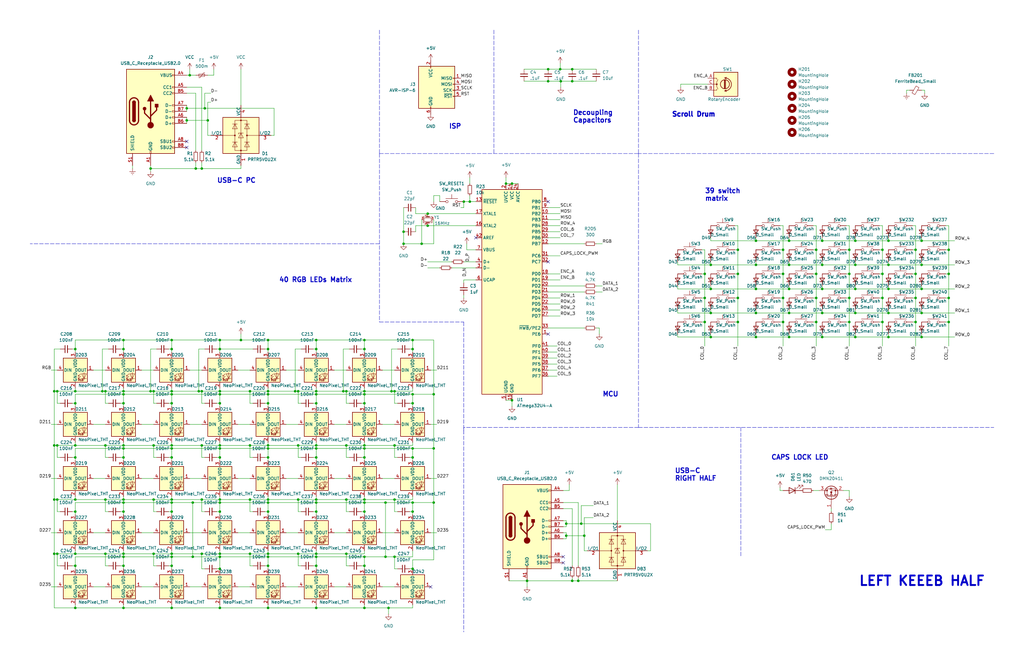
<source format=kicad_sch>
(kicad_sch (version 20211123) (generator eeschema)
  (paper "B")
  (junction (at 92.71 212.09))
  (junction (at 133.35 187.96))
  (junction (at 113.03 210.82))
  (junction (at 52.07 189.23))
  (junction (at 78.74 45.72))
  (junction (at 297.18 135.89))
  (junction (at 360.68 111.76))
  (junction (at 332.74 101.6))
  (junction (at 133.35 212.09))
  (junction (at 358.14 125.73))
  (junction (at 163.83 256.54))
  (junction (at 241.3 29.21))
  (junction (at 374.65 132.08))
  (junction (at 318.77 101.6))
  (junction (at 173.99 170.18))
  (junction (at 374.65 142.24))
  (junction (at 372.11 115.57))
  (junction (at 153.67 193.04))
  (junction (at 43.18 165.1))
  (junction (at 44.45 165.1))
  (junction (at 78.74 50.8))
  (junction (at 92.71 143.51))
  (junction (at 133.35 210.82))
  (junction (at 173.99 240.03))
  (junction (at 388.62 111.76))
  (junction (at 125.73 187.96))
  (junction (at 133.35 215.9))
  (junction (at 133.35 233.68))
  (junction (at 125.73 233.68))
  (junction (at 318.77 111.76))
  (junction (at 72.39 233.68))
  (junction (at 372.11 125.73))
  (junction (at 72.39 187.96))
  (junction (at 22.86 210.82))
  (junction (at 92.71 240.03))
  (junction (at 113.03 165.1))
  (junction (at 87.63 50.8))
  (junction (at 52.07 212.09))
  (junction (at 31.75 238.76))
  (junction (at 346.71 142.24))
  (junction (at 153.67 256.54))
  (junction (at 173.99 147.32))
  (junction (at 173.99 189.23))
  (junction (at 180.34 95.25))
  (junction (at 22.86 165.1))
  (junction (at 236.474 34.29))
  (junction (at 83.82 165.1))
  (junction (at 44.45 233.68))
  (junction (at 92.71 256.54))
  (junction (at 146.05 187.96))
  (junction (at 52.07 165.1))
  (junction (at 92.71 170.18))
  (junction (at 133.35 170.18))
  (junction (at 166.37 165.1))
  (junction (at 386.08 125.73))
  (junction (at 31.75 165.1))
  (junction (at 166.37 234.95))
  (junction (at 153.67 212.09))
  (junction (at 63.5 71.12))
  (junction (at 31.75 170.18))
  (junction (at 113.03 193.04))
  (junction (at 64.77 165.1))
  (junction (at 182.88 212.09))
  (junction (at 374.65 101.6))
  (junction (at 105.41 187.96))
  (junction (at 374.65 111.76))
  (junction (at 52.07 233.68))
  (junction (at 222.25 245.11))
  (junction (at 318.77 142.24))
  (junction (at 173.99 193.04))
  (junction (at 346.71 101.6))
  (junction (at 400.05 135.89))
  (junction (at 153.67 189.23))
  (junction (at 173.99 212.09))
  (junction (at 64.77 233.68))
  (junction (at 346.71 111.76))
  (junction (at 133.35 193.04))
  (junction (at 31.75 210.82))
  (junction (at 31.75 193.04))
  (junction (at 213.36 77.47))
  (junction (at 92.71 147.32))
  (junction (at 52.07 166.37))
  (junction (at 92.71 215.9))
  (junction (at 44.45 210.82))
  (junction (at 170.18 102.87))
  (junction (at 92.71 234.95))
  (junction (at 24.13 187.96))
  (junction (at 52.07 193.04))
  (junction (at 22.86 233.68))
  (junction (at 64.77 187.96))
  (junction (at 85.09 187.96))
  (junction (at 166.37 187.96))
  (junction (at 360.68 132.08))
  (junction (at 113.03 170.18))
  (junction (at 72.39 189.23))
  (junction (at 92.71 210.82))
  (junction (at 72.39 215.9))
  (junction (at 31.75 215.9))
  (junction (at 332.74 142.24))
  (junction (at 241.3 245.11))
  (junction (at 231.14 29.21))
  (junction (at 243.84 245.11))
  (junction (at 113.03 233.68))
  (junction (at 332.74 121.92))
  (junction (at 153.67 238.76))
  (junction (at 299.72 121.92))
  (junction (at 92.71 187.96))
  (junction (at 133.35 143.51))
  (junction (at 360.68 101.6))
  (junction (at 332.74 132.08))
  (junction (at 72.39 147.32))
  (junction (at 113.03 215.9))
  (junction (at 85.09 71.12))
  (junction (at 63.5 165.1))
  (junction (at 72.39 193.04))
  (junction (at 113.03 147.32))
  (junction (at 144.78 165.1))
  (junction (at 245.11 220.98))
  (junction (at 85.09 165.1))
  (junction (at 388.62 132.08))
  (junction (at 52.07 210.82))
  (junction (at 105.41 210.82))
  (junction (at 297.18 115.57))
  (junction (at 101.6 143.51))
  (junction (at 113.03 189.23))
  (junction (at 113.03 166.37))
  (junction (at 72.39 143.51))
  (junction (at 358.14 115.57))
  (junction (at 311.15 105.41))
  (junction (at 344.17 105.41))
  (junction (at 386.08 135.89))
  (junction (at 153.67 166.37))
  (junction (at 113.03 143.51))
  (junction (at 299.72 142.24))
  (junction (at 311.15 135.89))
  (junction (at 162.56 212.09))
  (junction (at 146.05 233.68))
  (junction (at 165.1 165.1))
  (junction (at 22.86 187.96))
  (junction (at 318.77 132.08))
  (junction (at 215.9 77.47))
  (junction (at 153.67 165.1))
  (junction (at 330.2 125.73))
  (junction (at 31.75 256.54))
  (junction (at 330.2 105.41))
  (junction (at 182.88 189.23))
  (junction (at 52.07 187.96))
  (junction (at 198.12 85.09))
  (junction (at 153.67 143.51))
  (junction (at 344.17 125.73))
  (junction (at 388.62 101.6))
  (junction (at 133.35 234.95))
  (junction (at 330.2 115.57))
  (junction (at 182.88 166.37))
  (junction (at 299.72 132.08))
  (junction (at 299.72 111.76))
  (junction (at 153.67 170.18))
  (junction (at 344.17 115.57))
  (junction (at 81.28 212.09))
  (junction (at 162.56 234.95))
  (junction (at 173.99 166.37))
  (junction (at 85.09 210.82))
  (junction (at 170.18 97.79))
  (junction (at 113.03 238.76))
  (junction (at 153.67 147.32))
  (junction (at 344.17 135.89))
  (junction (at 113.03 212.09))
  (junction (at 372.11 135.89))
  (junction (at 105.41 165.1))
  (junction (at 92.71 193.04))
  (junction (at 246.38 226.06))
  (junction (at 72.39 234.95))
  (junction (at 113.03 256.54))
  (junction (at 330.2 135.89))
  (junction (at 332.74 111.76))
  (junction (at 113.03 234.95))
  (junction (at 44.45 187.96))
  (junction (at 72.39 212.09))
  (junction (at 153.67 210.82))
  (junction (at 52.07 234.95))
  (junction (at 236.22 29.21))
  (junction (at 125.73 210.82))
  (junction (at 133.35 147.32))
  (junction (at 238.76 226.06))
  (junction (at 52.07 147.32))
  (junction (at 72.39 165.1))
  (junction (at 195.58 85.09))
  (junction (at 86.36 45.72))
  (junction (at 374.65 121.92))
  (junction (at 72.39 238.76))
  (junction (at 318.77 121.92))
  (junction (at 105.41 233.68))
  (junction (at 173.99 215.9))
  (junction (at 24.13 165.1))
  (junction (at 388.62 142.24))
  (junction (at 346.71 121.92))
  (junction (at 24.13 233.68))
  (junction (at 153.67 234.95))
  (junction (at 52.07 170.18))
  (junction (at 241.3 34.29))
  (junction (at 153.67 187.96))
  (junction (at 346.71 132.08))
  (junction (at 92.71 233.68))
  (junction (at 72.39 166.37))
  (junction (at 52.07 256.54))
  (junction (at 358.14 135.89))
  (junction (at 400.05 115.57))
  (junction (at 133.35 238.76))
  (junction (at 92.71 166.37))
  (junction (at 72.39 256.54))
  (junction (at 85.09 233.68))
  (junction (at 133.35 189.23))
  (junction (at 64.77 210.82))
  (junction (at 52.07 215.9))
  (junction (at 231.14 34.29))
  (junction (at 113.03 187.96))
  (junction (at 72.39 210.82))
  (junction (at 177.8 102.87))
  (junction (at 215.9 168.91))
  (junction (at 386.08 115.57))
  (junction (at 297.18 125.73))
  (junction (at 400.05 105.41))
  (junction (at 124.46 165.1))
  (junction (at 358.14 105.41))
  (junction (at 31.75 187.96))
  (junction (at 386.08 105.41))
  (junction (at 180.34 90.17))
  (junction (at 153.67 215.9))
  (junction (at 133.35 256.54))
  (junction (at 52.07 143.51))
  (junction (at 72.39 170.18))
  (junction (at 82.55 71.12))
  (junction (at 31.75 147.32))
  (junction (at 360.68 121.92))
  (junction (at 360.68 142.24))
  (junction (at 52.07 238.76))
  (junction (at 133.35 166.37))
  (junction (at 92.71 165.1))
  (junction (at 311.15 115.57))
  (junction (at 311.15 125.73))
  (junction (at 31.75 233.68))
  (junction (at 146.05 210.82))
  (junction (at 125.73 165.1))
  (junction (at 80.01 31.75))
  (junction (at 146.05 165.1))
  (junction (at 372.11 105.41))
  (junction (at 81.28 234.95))
  (junction (at 238.76 220.98))
  (junction (at 388.62 121.92))
  (junction (at 24.13 210.82))
  (junction (at 166.37 210.82))
  (junction (at 173.99 143.51))
  (junction (at 92.71 189.23))
  (junction (at 400.05 125.73))
  (junction (at 133.35 165.1))
  (no_connect (at 78.74 59.69))
  (no_connect (at 231.14 85.09))
  (no_connect (at 231.14 110.49))
  (no_connect (at 231.14 140.97))
  (no_connect (at 78.74 62.23))
  (no_connect (at 237.49 234.95))
  (no_connect (at 237.49 237.49))
  (no_connect (at 181.61 247.65))
  (no_connect (at 200.66 100.33))
  (wire (pts (xy 44.45 165.1) (xy 52.07 165.1)))
  (wire (pts (xy 71.12 147.32) (xy 72.39 147.32)))
  (wire (pts (xy 81.28 234.95) (xy 92.71 234.95)))
  (wire (pts (xy 161.29 224.79) (xy 166.37 224.79)))
  (wire (pts (xy 198.12 85.09) (xy 200.66 85.09)))
  (wire (pts (xy 101.6 71.12) (xy 85.09 71.12)))
  (wire (pts (xy 180.34 90.17) (xy 200.66 90.17)))
  (wire (pts (xy 386.08 135.89) (xy 386.08 146.05)))
  (wire (pts (xy 31.75 170.18) (xy 31.75 171.45)))
  (wire (pts (xy 237.49 207.01) (xy 240.03 207.01)))
  (wire (pts (xy 52.07 189.23) (xy 52.07 193.04)))
  (wire (pts (xy 372.11 105.41) (xy 372.11 115.57)))
  (wire (pts (xy 91.44 170.18) (xy 92.71 170.18)))
  (wire (pts (xy 120.65 179.07) (xy 125.73 179.07)))
  (wire (pts (xy 22.86 187.96) (xy 24.13 187.96)))
  (wire (pts (xy 243.84 212.09) (xy 243.84 238.76)))
  (wire (pts (xy 344.17 125.73) (xy 344.17 135.89)))
  (wire (pts (xy 92.71 215.9) (xy 92.71 217.17)))
  (wire (pts (xy 113.03 212.09) (xy 113.03 215.9)))
  (wire (pts (xy 236.22 115.57) (xy 231.14 115.57)))
  (wire (pts (xy 113.03 186.69) (xy 113.03 187.96)))
  (wire (pts (xy 311.15 105.41) (xy 311.15 115.57)))
  (wire (pts (xy 133.35 186.69) (xy 133.35 187.96)))
  (wire (pts (xy 88.9 39.37) (xy 86.36 39.37)))
  (wire (pts (xy 222.25 247.65) (xy 222.25 245.11)))
  (wire (pts (xy 86.36 39.37) (xy 86.36 45.72)))
  (wire (pts (xy 31.75 187.96) (xy 44.45 187.96)))
  (wire (pts (xy 246.38 123.19) (xy 231.14 123.19)))
  (wire (pts (xy 21.59 179.07) (xy 24.13 179.07)))
  (wire (pts (xy 240.03 204.47) (xy 240.03 207.01)))
  (wire (pts (xy 273.05 232.41) (xy 274.32 232.41)))
  (wire (pts (xy 87.63 50.8) (xy 78.74 50.8)))
  (wire (pts (xy 21.59 156.21) (xy 24.13 156.21)))
  (wire (pts (xy 173.99 236.22) (xy 173.99 240.03)))
  (wire (pts (xy 133.35 163.83) (xy 133.35 165.1)))
  (wire (pts (xy 31.75 186.69) (xy 31.75 187.96)))
  (wire (pts (xy 82.55 71.12) (xy 85.09 71.12)))
  (wire (pts (xy 72.39 166.37) (xy 72.39 170.18)))
  (wire (pts (xy 297.18 125.73) (xy 297.18 135.89)))
  (wire (pts (xy 172.72 240.03) (xy 173.99 240.03)))
  (wire (pts (xy 52.07 170.18) (xy 52.07 171.45)))
  (wire (pts (xy 113.03 238.76) (xy 113.03 234.95)))
  (wire (pts (xy 92.71 143.51) (xy 101.6 143.51)))
  (wire (pts (xy 254 123.19) (xy 251.46 123.19)))
  (wire (pts (xy 356.87 105.41) (xy 358.14 105.41)))
  (wire (pts (xy 100.33 224.79) (xy 105.41 224.79)))
  (wire (pts (xy 153.67 143.51) (xy 153.67 147.32)))
  (wire (pts (xy 52.07 212.09) (xy 52.07 215.9)))
  (wire (pts (xy 260.35 204.47) (xy 260.35 219.71)))
  (wire (pts (xy 105.41 238.76) (xy 105.41 233.68)))
  (wire (pts (xy 78.74 50.8) (xy 78.74 52.07)))
  (wire (pts (xy 85.09 233.68) (xy 85.09 240.03)))
  (wire (pts (xy 72.39 143.51) (xy 92.71 143.51)))
  (wire (pts (xy 72.39 187.96) (xy 85.09 187.96)))
  (wire (pts (xy 173.99 236.22) (xy 182.88 236.22)))
  (wire (pts (xy 167.64 215.9) (xy 166.37 215.9)))
  (wire (pts (xy 52.07 210.82) (xy 64.77 210.82)))
  (wire (pts (xy 295.91 105.41) (xy 297.18 105.41)))
  (wire (pts (xy 238.76 226.06) (xy 238.76 224.79)))
  (wire (pts (xy 153.67 166.37) (xy 173.99 166.37)))
  (wire (pts (xy 44.45 215.9) (xy 44.45 210.82)))
  (wire (pts (xy 370.84 105.41) (xy 372.11 105.41)))
  (wire (pts (xy 71.12 215.9) (xy 72.39 215.9)))
  (wire (pts (xy 344.17 95.25) (xy 344.17 105.41)))
  (polyline (pts (xy 160.02 12.7) (xy 160.02 64.77)))
  (wire (pts (xy 299.72 100.33) (xy 299.72 101.6)))
  (wire (pts (xy 88.9 57.15) (xy 87.63 57.15)))
  (wire (pts (xy 113.03 256.54) (xy 133.35 256.54)))
  (wire (pts (xy 318.77 120.65) (xy 318.77 121.92)))
  (wire (pts (xy 175.26 95.25) (xy 180.34 95.25)))
  (wire (pts (xy 50.8 215.9) (xy 52.07 215.9)))
  (wire (pts (xy 85.09 233.68) (xy 92.71 233.68)))
  (wire (pts (xy 342.9 105.41) (xy 344.17 105.41)))
  (wire (pts (xy 374.65 110.49) (xy 374.65 111.76)))
  (wire (pts (xy 173.99 143.51) (xy 173.99 147.32)))
  (wire (pts (xy 328.93 95.25) (xy 330.2 95.25)))
  (wire (pts (xy 31.75 166.37) (xy 52.07 166.37)))
  (wire (pts (xy 332.74 121.92) (xy 346.71 121.92)))
  (wire (pts (xy 22.86 210.82) (xy 22.86 233.68)))
  (wire (pts (xy 133.35 234.95) (xy 153.67 234.95)))
  (wire (pts (xy 50.8 238.76) (xy 52.07 238.76)))
  (wire (pts (xy 173.99 147.32) (xy 173.99 148.59)))
  (wire (pts (xy 106.68 170.18) (xy 105.41 170.18)))
  (wire (pts (xy 172.72 147.32) (xy 173.99 147.32)))
  (wire (pts (xy 133.35 256.54) (xy 153.67 256.54)))
  (wire (pts (xy 125.73 165.1) (xy 133.35 165.1)))
  (wire (pts (xy 388.62 121.92) (xy 402.59 121.92)))
  (wire (pts (xy 360.68 130.81) (xy 360.68 132.08)))
  (wire (pts (xy 398.78 135.89) (xy 400.05 135.89)))
  (wire (pts (xy 374.65 120.65) (xy 374.65 121.92)))
  (wire (pts (xy 147.32 147.32) (xy 144.78 147.32)))
  (wire (pts (xy 220.98 29.21) (xy 231.14 29.21)))
  (wire (pts (xy 133.35 143.51) (xy 153.67 143.51)))
  (wire (pts (xy 241.3 214.63) (xy 241.3 238.76)))
  (wire (pts (xy 165.1 147.32) (xy 165.1 165.1)))
  (wire (pts (xy 162.56 212.09) (xy 173.99 212.09)))
  (wire (pts (xy 31.75 255.27) (xy 31.75 256.54)))
  (wire (pts (xy 66.04 238.76) (xy 64.77 238.76)))
  (wire (pts (xy 374.65 140.97) (xy 374.65 142.24)))
  (wire (pts (xy 81.28 212.09) (xy 81.28 234.95)))
  (wire (pts (xy 350.52 223.52) (xy 347.98 223.52)))
  (wire (pts (xy 328.93 135.89) (xy 330.2 135.89)))
  (wire (pts (xy 285.75 140.97) (xy 285.75 142.24)))
  (wire (pts (xy 133.35 209.55) (xy 133.35 210.82)))
  (wire (pts (xy 295.91 115.57) (xy 297.18 115.57)))
  (wire (pts (xy 374.65 132.08) (xy 388.62 132.08)))
  (wire (pts (xy 25.4 215.9) (xy 24.13 215.9)))
  (wire (pts (xy 182.88 236.22) (xy 182.88 212.09)))
  (wire (pts (xy 52.07 212.09) (xy 72.39 212.09)))
  (wire (pts (xy 125.73 238.76) (xy 125.73 233.68)))
  (wire (pts (xy 173.99 165.1) (xy 173.99 163.83)))
  (wire (pts (xy 133.35 165.1) (xy 144.78 165.1)))
  (wire (pts (xy 358.14 95.25) (xy 358.14 105.41)))
  (wire (pts (xy 388.62 110.49) (xy 388.62 111.76)))
  (wire (pts (xy 140.97 247.65) (xy 146.05 247.65)))
  (wire (pts (xy 101.6 143.51) (xy 113.03 143.51)))
  (polyline (pts (xy 160.02 135.89) (xy 195.58 135.89)))
  (wire (pts (xy 132.08 215.9) (xy 133.35 215.9)))
  (wire (pts (xy 86.36 170.18) (xy 85.09 170.18)))
  (wire (pts (xy 311.15 135.89) (xy 311.15 146.05)))
  (wire (pts (xy 113.03 255.27) (xy 113.03 256.54)))
  (wire (pts (xy 146.05 165.1) (xy 153.67 165.1)))
  (wire (pts (xy 31.75 165.1) (xy 24.13 165.1)))
  (wire (pts (xy 72.39 209.55) (xy 72.39 210.82)))
  (wire (pts (xy 85.09 165.1) (xy 92.71 165.1)))
  (wire (pts (xy 85.09 210.82) (xy 92.71 210.82)))
  (wire (pts (xy 153.67 256.54) (xy 153.67 255.27)))
  (wire (pts (xy 195.58 118.11) (xy 195.58 119.38)))
  (wire (pts (xy 234.95 148.59) (xy 231.14 148.59)))
  (wire (pts (xy 52.07 209.55) (xy 52.07 210.82)))
  (wire (pts (xy 173.99 187.96) (xy 173.99 186.69)))
  (wire (pts (xy 285.75 111.76) (xy 299.72 111.76)))
  (wire (pts (xy 52.07 189.23) (xy 72.39 189.23)))
  (wire (pts (xy 222.25 245.11) (xy 241.3 245.11)))
  (polyline (pts (xy 160.02 64.77) (xy 269.24 64.77)))
  (wire (pts (xy 246.38 232.41) (xy 246.38 226.06)))
  (wire (pts (xy 44.45 193.04) (xy 44.45 187.96)))
  (wire (pts (xy 285.75 120.65) (xy 285.75 121.92)))
  (wire (pts (xy 63.5 147.32) (xy 63.5 165.1)))
  (wire (pts (xy 92.71 189.23) (xy 92.71 193.04)))
  (wire (pts (xy 31.75 240.03) (xy 31.75 238.76)))
  (wire (pts (xy 358.14 135.89) (xy 358.14 146.05)))
  (wire (pts (xy 177.8 92.71) (xy 177.8 102.87)))
  (wire (pts (xy 153.67 234.95) (xy 153.67 238.76)))
  (wire (pts (xy 236.22 90.17) (xy 231.14 90.17)))
  (wire (pts (xy 115.57 45.72) (xy 86.36 45.72)))
  (wire (pts (xy 236.22 26.67) (xy 236.22 29.21)))
  (polyline (pts (xy 269.24 64.77) (xy 269.24 180.34)))
  (wire (pts (xy 22.86 256.54) (xy 31.75 256.54)))
  (wire (pts (xy 215.9 168.91) (xy 215.9 171.45)))
  (wire (pts (xy 31.75 234.95) (xy 52.07 234.95)))
  (wire (pts (xy 44.45 210.82) (xy 52.07 210.82)))
  (wire (pts (xy 120.65 224.79) (xy 125.73 224.79)))
  (wire (pts (xy 125.73 187.96) (xy 133.35 187.96)))
  (wire (pts (xy 127 193.04) (xy 125.73 193.04)))
  (wire (pts (xy 72.39 193.04) (xy 72.39 194.31)))
  (wire (pts (xy 152.4 147.32) (xy 153.67 147.32)))
  (wire (pts (xy 153.67 234.95) (xy 162.56 234.95)))
  (polyline (pts (xy 419.1 64.77) (xy 269.24 64.77)))
  (wire (pts (xy 39.37 224.79) (xy 44.45 224.79)))
  (wire (pts (xy 360.68 101.6) (xy 374.65 101.6)))
  (wire (pts (xy 55.88 71.12) (xy 55.88 69.85)))
  (wire (pts (xy 166.37 193.04) (xy 166.37 187.96)))
  (wire (pts (xy 173.99 255.27) (xy 173.99 256.54)))
  (wire (pts (xy 31.75 166.37) (xy 31.75 170.18)))
  (wire (pts (xy 295.91 125.73) (xy 297.18 125.73)))
  (wire (pts (xy 250.19 218.44) (xy 246.38 218.44)))
  (wire (pts (xy 92.71 147.32) (xy 106.68 147.32)))
  (wire (pts (xy 80.01 31.75) (xy 82.55 31.75)))
  (wire (pts (xy 86.36 240.03) (xy 85.09 240.03)))
  (wire (pts (xy 180.34 110.49) (xy 190.5 110.49)))
  (polyline (pts (xy 160.02 64.77) (xy 160.02 135.89)))
  (wire (pts (xy 388.62 132.08) (xy 402.59 132.08)))
  (wire (pts (xy 63.5 71.12) (xy 82.55 71.12)))
  (wire (pts (xy 153.67 147.32) (xy 153.67 148.59)))
  (wire (pts (xy 332.74 130.81) (xy 332.74 132.08)))
  (wire (pts (xy 388.62 130.81) (xy 388.62 132.08)))
  (wire (pts (xy 384.81 95.25) (xy 386.08 95.25)))
  (wire (pts (xy 52.07 166.37) (xy 72.39 166.37)))
  (wire (pts (xy 72.39 189.23) (xy 92.71 189.23)))
  (wire (pts (xy 318.77 121.92) (xy 332.74 121.92)))
  (wire (pts (xy 133.35 212.09) (xy 153.67 212.09)))
  (wire (pts (xy 100.33 201.93) (xy 105.41 201.93)))
  (wire (pts (xy 173.99 234.95) (xy 166.37 234.95)))
  (wire (pts (xy 344.17 105.41) (xy 344.17 115.57)))
  (wire (pts (xy 238.76 227.33) (xy 238.76 226.06)))
  (wire (pts (xy 241.3 245.11) (xy 243.84 245.11)))
  (wire (pts (xy 52.07 256.54) (xy 72.39 256.54)))
  (wire (pts (xy 153.67 166.37) (xy 153.67 170.18)))
  (wire (pts (xy 127 147.32) (xy 124.46 147.32)))
  (wire (pts (xy 132.08 170.18) (xy 133.35 170.18)))
  (wire (pts (xy 297.18 115.57) (xy 297.18 125.73)))
  (wire (pts (xy 31.75 193.04) (xy 31.75 194.31)))
  (wire (pts (xy 86.36 147.32) (xy 83.82 147.32)))
  (wire (pts (xy 386.08 105.41) (xy 386.08 115.57)))
  (wire (pts (xy 180.34 113.03) (xy 185.42 113.03)))
  (wire (pts (xy 360.68 111.76) (xy 374.65 111.76)))
  (wire (pts (xy 238.76 224.79) (xy 237.49 224.79)))
  (wire (pts (xy 80.01 29.21) (xy 80.01 31.75)))
  (wire (pts (xy 388.62 140.97) (xy 388.62 142.24)))
  (wire (pts (xy 146.05 238.76) (xy 146.05 233.68)))
  (wire (pts (xy 111.76 215.9) (xy 113.03 215.9)))
  (wire (pts (xy 388.62 101.6) (xy 402.59 101.6)))
  (wire (pts (xy 146.05 187.96) (xy 153.67 187.96)))
  (wire (pts (xy 92.71 234.95) (xy 113.03 234.95)))
  (wire (pts (xy 92.71 166.37) (xy 92.71 170.18)))
  (wire (pts (xy 90.17 29.21) (xy 90.17 31.75)))
  (wire (pts (xy 71.12 193.04) (xy 72.39 193.04)))
  (wire (pts (xy 83.82 147.32) (xy 83.82 165.1)))
  (wire (pts (xy 236.22 29.21) (xy 241.3 29.21)))
  (wire (pts (xy 31.75 189.23) (xy 52.07 189.23)))
  (wire (pts (xy 166.37 210.82) (xy 173.99 210.82)))
  (wire (pts (xy 175.26 90.17) (xy 180.34 90.17)))
  (wire (pts (xy 384.81 105.41) (xy 386.08 105.41)))
  (wire (pts (xy 24.13 193.04) (xy 24.13 187.96)))
  (wire (pts (xy 72.39 233.68) (xy 85.09 233.68)))
  (wire (pts (xy 30.48 215.9) (xy 31.75 215.9)))
  (wire (pts (xy 72.39 233.68) (xy 72.39 232.41)))
  (wire (pts (xy 24.13 187.96) (xy 31.75 187.96)))
  (wire (pts (xy 64.77 238.76) (xy 64.77 233.68)))
  (wire (pts (xy 318.77 101.6) (xy 332.74 101.6)))
  (wire (pts (xy 113.03 147.32) (xy 113.03 148.59)))
  (wire (pts (xy 153.67 143.51) (xy 173.99 143.51)))
  (wire (pts (xy 182.88 92.71) (xy 182.88 102.87)))
  (wire (pts (xy 92.71 143.51) (xy 92.71 147.32)))
  (wire (pts (xy 318.77 111.76) (xy 332.74 111.76)))
  (wire (pts (xy 50.8 170.18) (xy 52.07 170.18)))
  (wire (pts (xy 25.4 170.18) (xy 24.13 170.18)))
  (wire (pts (xy 91.44 215.9) (xy 92.71 215.9)))
  (wire (pts (xy 133.35 189.23) (xy 153.67 189.23)))
  (wire (pts (xy 91.44 240.03) (xy 92.71 240.03)))
  (wire (pts (xy 231.14 29.21) (xy 236.22 29.21)))
  (wire (pts (xy 330.2 135.89) (xy 330.2 146.05)))
  (wire (pts (xy 318.77 132.08) (xy 332.74 132.08)))
  (wire (pts (xy 400.05 105.41) (xy 400.05 115.57)))
  (wire (pts (xy 358.14 207.01) (xy 358.14 209.55)))
  (wire (pts (xy 133.35 166.37) (xy 153.67 166.37)))
  (wire (pts (xy 237.49 214.63) (xy 241.3 214.63)))
  (wire (pts (xy 31.75 212.09) (xy 52.07 212.09)))
  (wire (pts (xy 173.99 210.82) (xy 173.99 209.55)))
  (wire (pts (xy 64.77 165.1) (xy 72.39 165.1)))
  (wire (pts (xy 92.71 166.37) (xy 113.03 166.37)))
  (wire (pts (xy 342.9 135.89) (xy 344.17 135.89)))
  (wire (pts (xy 231.14 34.29) (xy 236.474 34.29)))
  (wire (pts (xy 133.35 166.37) (xy 133.35 170.18)))
  (wire (pts (xy 72.39 143.51) (xy 72.39 147.32)))
  (wire (pts (xy 172.72 215.9) (xy 173.99 215.9)))
  (wire (pts (xy 153.67 189.23) (xy 173.99 189.23)))
  (wire (pts (xy 72.39 189.23) (xy 72.39 193.04)))
  (wire (pts (xy 360.68 132.08) (xy 374.65 132.08)))
  (wire (pts (xy 173.99 189.23) (xy 173.99 193.04)))
  (wire (pts (xy 59.69 156.21) (xy 64.77 156.21)))
  (wire (pts (xy 346.71 142.24) (xy 360.68 142.24)))
  (wire (pts (xy 115.57 57.15) (xy 115.57 45.72)))
  (wire (pts (xy 106.68 215.9) (xy 105.41 215.9)))
  (wire (pts (xy 59.69 247.65) (xy 64.77 247.65)))
  (wire (pts (xy 92.71 193.04) (xy 92.71 194.31)))
  (wire (pts (xy 346.71 121.92) (xy 360.68 121.92)))
  (wire (pts (xy 236.474 34.29) (xy 241.3 34.29)))
  (wire (pts (xy 111.76 147.32) (xy 113.03 147.32)))
  (wire (pts (xy 85.09 170.18) (xy 85.09 165.1)))
  (wire (pts (xy 64.77 210.82) (xy 72.39 210.82)))
  (wire (pts (xy 346.71 130.81) (xy 346.71 132.08)))
  (wire (pts (xy 237.49 227.33) (xy 238.76 227.33)))
  (wire (pts (xy 120.65 201.93) (xy 125.73 201.93)))
  (wire (pts (xy 246.38 218.44) (xy 246.38 226.06)))
  (wire (pts (xy 72.39 234.95) (xy 72.39 238.76)))
  (wire (pts (xy 328.93 125.73) (xy 330.2 125.73)))
  (wire (pts (xy 133.35 147.32) (xy 133.35 148.59)))
  (wire (pts (xy 195.58 87.63) (xy 195.58 85.09)))
  (wire (pts (xy 22.86 165.1) (xy 22.86 187.96)))
  (wire (pts (xy 299.72 142.24) (xy 318.77 142.24)))
  (wire (pts (xy 113.03 189.23) (xy 113.03 193.04)))
  (wire (pts (xy 184.15 156.21) (xy 181.61 156.21)))
  (wire (pts (xy 241.3 34.29) (xy 251.46 34.29)))
  (wire (pts (xy 147.32 193.04) (xy 146.05 193.04)))
  (wire (pts (xy 220.98 34.29) (xy 231.14 34.29)))
  (wire (pts (xy 153.67 189.23) (xy 153.67 193.04)))
  (wire (pts (xy 120.65 156.21) (xy 125.73 156.21)))
  (wire (pts (xy 30.48 238.76) (xy 31.75 238.76)))
  (wire (pts (xy 318.77 140.97) (xy 318.77 142.24)))
  (wire (pts (xy 236.22 95.25) (xy 231.14 95.25)))
  (wire (pts (xy 153.67 238.76) (xy 153.67 240.03)))
  (wire (pts (xy 78.74 39.37) (xy 82.55 39.37)))
  (wire (pts (xy 370.84 115.57) (xy 372.11 115.57)))
  (wire (pts (xy 236.22 97.79) (xy 231.14 97.79)))
  (polyline (pts (xy 269.24 180.34) (xy 419.1 180.34)))
  (wire (pts (xy 234.95 146.05) (xy 231.14 146.05)))
  (wire (pts (xy 133.35 210.82) (xy 146.05 210.82)))
  (wire (pts (xy 236.22 107.95) (xy 231.14 107.95)))
  (wire (pts (xy 127 215.9) (xy 125.73 215.9)))
  (wire (pts (xy 85.09 68.58) (xy 85.09 71.12)))
  (wire (pts (xy 52.07 186.69) (xy 52.07 187.96)))
  (wire (pts (xy 101.6 29.21) (xy 101.6 44.45)))
  (wire (pts (xy 170.18 97.79) (xy 170.18 102.87)))
  (wire (pts (xy 113.03 166.37) (xy 113.03 170.18)))
  (wire (pts (xy 152.4 170.18) (xy 153.67 170.18)))
  (wire (pts (xy 31.75 215.9) (xy 31.75 212.09)))
  (wire (pts (xy 318.77 142.24) (xy 332.74 142.24)))
  (wire (pts (xy 185.42 85.09) (xy 185.42 82.55)))
  (wire (pts (xy 113.03 165.1) (xy 124.46 165.1)))
  (wire (pts (xy 31.75 147.32) (xy 31.75 148.59)))
  (wire (pts (xy 236.22 92.71) (xy 231.14 92.71)))
  (wire (pts (xy 165.1 165.1) (xy 166.37 165.1)))
  (wire (pts (xy 374.65 101.6) (xy 388.62 101.6)))
  (wire (pts (xy 328.93 207.01) (xy 330.2 207.01)))
  (wire (pts (xy 31.75 232.41) (xy 31.75 233.68)))
  (wire (pts (xy 25.4 147.32) (xy 22.86 147.32)))
  (wire (pts (xy 398.78 115.57) (xy 400.05 115.57)))
  (wire (pts (xy 146.05 215.9) (xy 146.05 210.82)))
  (wire (pts (xy 153.67 193.04) (xy 153.67 194.31)))
  (wire (pts (xy 101.6 140.97) (xy 101.6 143.51)))
  (wire (pts (xy 356.87 125.73) (xy 358.14 125.73)))
  (wire (pts (xy 285.75 110.49) (xy 285.75 111.76)))
  (wire (pts (xy 153.67 186.69) (xy 153.67 187.96)))
  (wire (pts (xy 370.84 95.25) (xy 372.11 95.25)))
  (wire (pts (xy 52.07 215.9) (xy 52.07 217.17)))
  (wire (pts (xy 87.63 43.18) (xy 87.63 50.8)))
  (wire (pts (xy 344.17 115.57) (xy 344.17 125.73)))
  (wire (pts (xy 374.65 100.33) (xy 374.65 101.6)))
  (wire (pts (xy 299.72 140.97) (xy 299.72 142.24)))
  (wire (pts (xy 113.03 209.55) (xy 113.03 210.82)))
  (wire (pts (xy 24.13 215.9) (xy 24.13 210.82)))
  (wire (pts (xy 133.35 189.23) (xy 133.35 193.04)))
  (wire (pts (xy 72.39 210.82) (xy 85.09 210.82)))
  (wire (pts (xy 24.13 233.68) (xy 31.75 233.68)))
  (wire (pts (xy 72.39 212.09) (xy 72.39 215.9)))
  (wire (pts (xy 133.35 232.41) (xy 133.35 233.68)))
  (wire (pts (xy 59.69 201.93) (xy 64.77 201.93)))
  (wire (pts (xy 182.88 143.51) (xy 182.88 166.37)))
  (wire (pts (xy 374.65 142.24) (xy 388.62 142.24)))
  (wire (pts (xy 80.01 224.79) (xy 85.09 224.79)))
  (wire (pts (xy 254 102.87) (xy 251.46 102.87)))
  (wire (pts (xy 386.08 125.73) (xy 386.08 135.89)))
  (wire (pts (xy 66.04 170.18) (xy 64.77 170.18)))
  (wire (pts (xy 52.07 255.27) (xy 52.07 256.54)))
  (wire (pts (xy 133.35 255.27) (xy 133.35 256.54)))
  (wire (pts (xy 52.07 165.1) (xy 63.5 165.1)))
  (wire (pts (xy 400.05 95.25) (xy 400.05 105.41)))
  (wire (pts (xy 170.18 102.87) (xy 177.8 102.87)))
  (wire (pts (xy 172.72 193.04) (xy 173.99 193.04)))
  (wire (pts (xy 358.14 115.57) (xy 358.14 125.73)))
  (wire (pts (xy 213.36 168.91) (xy 215.9 168.91)))
  (wire (pts (xy 45.72 238.76) (xy 44.45 238.76)))
  (wire (pts (xy 166.37 215.9) (xy 166.37 210.82)))
  (wire (pts (xy 167.64 193.04) (xy 166.37 193.04)))
  (wire (pts (xy 355.6 207.01) (xy 358.14 207.01)))
  (wire (pts (xy 382.27 38.1) (xy 382.27 39.37)))
  (wire (pts (xy 153.67 215.9) (xy 153.67 217.17)))
  (wire (pts (xy 105.41 187.96) (xy 113.03 187.96)))
  (wire (pts (xy 22.86 233.68) (xy 24.13 233.68)))
  (wire (pts (xy 91.44 147.32) (xy 92.71 147.32)))
  (wire (pts (xy 64.77 193.04) (xy 64.77 187.96)))
  (wire (pts (xy 181.61 224.79) (xy 184.15 224.79)))
  (wire (pts (xy 52.07 166.37) (xy 52.07 170.18)))
  (wire (pts (xy 166.37 240.03) (xy 166.37 234.95)))
  (wire (pts (xy 25.4 193.04) (xy 24.13 193.04)))
  (wire (pts (xy 328.93 205.74) (xy 328.93 207.01)))
  (wire (pts (xy 92.71 232.41) (xy 92.71 233.68)))
  (wire (pts (xy 153.67 210.82) (xy 166.37 210.82)))
  (wire (pts (xy 175.26 97.79) (xy 175.26 95.25)))
  (wire (pts (xy 71.12 238.76) (xy 72.39 238.76)))
  (wire (pts (xy 92.71 212.09) (xy 92.71 215.9)))
  (wire (pts (xy 147.32 215.9) (xy 146.05 215.9)))
  (wire (pts (xy 52.07 143.51) (xy 52.07 147.32)))
  (wire (pts (xy 344.17 135.89) (xy 344.17 146.05)))
  (wire (pts (xy 332.74 101.6) (xy 346.71 101.6)))
  (wire (pts (xy 330.2 115.57) (xy 330.2 125.73)))
  (wire (pts (xy 350.52 215.9) (xy 350.52 214.63)))
  (wire (pts (xy 195.58 110.49) (xy 200.66 110.49)))
  (polyline (pts (xy 195.58 135.89) (xy 195.58 266.7)))
  (wire (pts (xy 132.08 147.32) (xy 133.35 147.32)))
  (wire (pts (xy 86.36 215.9) (xy 85.09 215.9)))
  (wire (pts (xy 372.11 125.73) (xy 372.11 135.89)))
  (wire (pts (xy 384.81 135.89) (xy 386.08 135.89)))
  (wire (pts (xy 45.72 147.32) (xy 43.18 147.32)))
  (wire (pts (xy 92.71 212.09) (xy 113.03 212.09)))
  (wire (pts (xy 328.93 105.41) (xy 330.2 105.41)))
  (wire (pts (xy 360.68 142.24) (xy 374.65 142.24)))
  (wire (pts (xy 127 238.76) (xy 125.73 238.76)))
  (wire (pts (xy 152.4 193.04) (xy 153.67 193.04)))
  (wire (pts (xy 92.71 187.96) (xy 92.71 186.69)))
  (wire (pts (xy 342.9 125.73) (xy 344.17 125.73)))
  (wire (pts (xy 21.59 201.93) (xy 24.13 201.93)))
  (polyline (pts (xy 195.58 180.34) (xy 195.58 182.88)))
  (wire (pts (xy 384.81 115.57) (xy 386.08 115.57)))
  (wire (pts (xy 85.09 215.9) (xy 85.09 210.82)))
  (wire (pts (xy 100.33 179.07) (xy 105.41 179.07)))
  (wire (pts (xy 100.33 156.21) (xy 105.41 156.21)))
  (wire (pts (xy 153.67 209.55) (xy 153.67 210.82)))
  (wire (pts (xy 346.71 111.76) (xy 360.68 111.76)))
  (wire (pts (xy 132.08 238.76) (xy 133.35 238.76)))
  (wire (pts (xy 125.73 233.68) (xy 133.35 233.68)))
  (polyline (pts (xy 312.42 180.34) (xy 312.42 234.95)))
  (wire (pts (xy 113.03 217.17) (xy 113.03 215.9)))
  (wire (pts (xy 398.78 125.73) (xy 400.05 125.73)))
  (wire (pts (xy 195.58 85.09) (xy 198.12 85.09)))
  (wire (pts (xy 287.02 35.56) (xy 287.02 36.83)))
  (wire (pts (xy 72.39 256.54) (xy 72.39 255.27)))
  (wire (pts (xy 80.01 179.07) (xy 85.09 179.07)))
  (wire (pts (xy 346.71 132.08) (xy 360.68 132.08)))
  (wire (pts (xy 125.73 170.18) (xy 125.73 165.1)))
  (wire (pts (xy 92.71 165.1) (xy 105.41 165.1)))
  (wire (pts (xy 251.46 138.43) (xy 252.73 138.43)))
  (wire (pts (xy 92.71 170.18) (xy 92.71 171.45)))
  (wire (pts (xy 241.3 29.21) (xy 251.46 29.21)))
  (wire (pts (xy 350.52 223.52) (xy 350.52 220.98)))
  (wire (pts (xy 153.67 212.09) (xy 153.67 215.9)))
  (wire (pts (xy 245.11 220.98) (xy 274.32 220.98)))
  (wire (pts (xy 241.3 243.84) (xy 241.3 245.11)))
  (wire (pts (xy 161.29 179.07) (xy 166.37 179.07)))
  (wire (pts (xy 250.19 213.36) (xy 245.11 213.36)))
  (wire (pts (xy 299.72 120.65) (xy 299.72 121.92)))
  (wire (pts (xy 52.07 193.04) (xy 52.07 194.31)))
  (wire (pts (xy 31.75 143.51) (xy 31.75 147.32)))
  (wire (pts (xy 360.68 121.92) (xy 374.65 121.92)))
  (wire (pts (xy 388.62 100.33) (xy 388.62 101.6)))
  (wire (pts (xy 92.71 189.23) (xy 113.03 189.23)))
  (wire (pts (xy 190.5 113.03) (xy 200.66 113.03)))
  (wire (pts (xy 398.78 95.25) (xy 400.05 95.25)))
  (wire (pts (xy 152.4 215.9) (xy 153.67 215.9)))
  (wire (pts (xy 72.39 215.9) (xy 72.39 217.17)))
  (wire (pts (xy 166.37 170.18) (xy 166.37 165.1)))
  (wire (pts (xy 252.73 138.43) (xy 252.73 140.97)))
  (wire (pts (xy 106.68 238.76) (xy 105.41 238.76)))
  (wire (pts (xy 50.8 147.32) (xy 52.07 147.32)))
  (wire (pts (xy 31.75 143.51) (xy 52.07 143.51)))
  (wire (pts (xy 389.89 38.1) (xy 388.62 38.1)))
  (wire (pts (xy 386.08 95.25) (xy 386.08 105.41)))
  (wire (pts (xy 113.03 143.51) (xy 133.35 143.51)))
  (wire (pts (xy 295.91 135.89) (xy 297.18 135.89)))
  (wire (pts (xy 85.09 193.04) (xy 85.09 187.96)))
  (wire (pts (xy 342.9 115.57) (xy 344.17 115.57)))
  (wire (pts (xy 299.72 101.6) (xy 318.77 101.6)))
  (wire (pts (xy 39.37 247.65) (xy 44.45 247.65)))
  (wire (pts (xy 72.39 256.54) (xy 92.71 256.54)))
  (wire (pts (xy 260.35 245.11) (xy 243.84 245.11)))
  (wire (pts (xy 78.74 45.72) (xy 78.74 46.99)))
  (wire (pts (xy 173.99 193.04) (xy 173.99 194.31)))
  (wire (pts (xy 285.75 142.24) (xy 299.72 142.24)))
  (wire (pts (xy 39.37 201.93) (xy 44.45 201.93)))
  (wire (pts (xy 113.03 212.09) (xy 133.35 212.09)))
  (wire (pts (xy 285.75 132.08) (xy 299.72 132.08)))
  (wire (pts (xy 113.03 187.96) (xy 125.73 187.96)))
  (wire (pts (xy 299.72 130.81) (xy 299.72 132.08)))
  (wire (pts (xy 173.99 166.37) (xy 173.99 170.18)))
  (wire (pts (xy 175.26 87.63) (xy 175.26 90.17)))
  (wire (pts (xy 214.63 245.11) (xy 222.25 245.11)))
  (wire (pts (xy 153.67 170.18) (xy 153.67 171.45)))
  (wire (pts (xy 318.77 130.81) (xy 318.77 132.08)))
  (wire (pts (xy 45.72 215.9) (xy 44.45 215.9)))
  (wire (pts (xy 113.03 170.18) (xy 113.03 171.45)))
  (wire (pts (xy 146.05 193.04) (xy 146.05 187.96)))
  (wire (pts (xy 140.97 179.07) (xy 146.05 179.07)))
  (wire (pts (xy 173.99 166.37) (xy 182.88 166.37)))
  (wire (pts (xy 21.59 224.79) (xy 24.13 224.79)))
  (wire (pts (xy 173.99 170.18) (xy 173.99 171.45)))
  (wire (pts (xy 72.39 186.69) (xy 72.39 187.96)))
  (polyline (pts (xy 208.28 12.7) (xy 208.28 64.77)))
  (wire (pts (xy 72.39 163.83) (xy 72.39 165.1)))
  (wire (pts (xy 52.07 233.68) (xy 64.77 233.68)))
  (wire (pts (xy 184.15 201.93) (xy 181.61 201.93)))
  (wire (pts (xy 309.88 95.25) (xy 311.15 95.25)))
  (wire (pts (xy 81.28 212.09) (xy 92.71 212.09)))
  (wire (pts (xy 113.03 165.1) (xy 105.41 165.1)))
  (wire (pts (xy 63.5 71.12) (xy 63.5 69.85)))
  (wire (pts (xy 332.74 132.08) (xy 346.71 132.08)))
  (wire (pts (xy 147.32 170.18) (xy 146.05 170.18)))
  (wire (pts (xy 113.03 189.23) (xy 133.35 189.23)))
  (wire (pts (xy 52.07 147.32) (xy 52.07 148.59)))
  (wire (pts (xy 182.88 166.37) (xy 182.88 189.23)))
  (wire (pts (xy 146.05 170.18) (xy 146.05 165.1)))
  (wire (pts (xy 388.62 142.24) (xy 402.59 142.24)))
  (wire (pts (xy 198.12 74.93) (xy 198.12 77.47)))
  (wire (pts (xy 52.07 234.95) (xy 52.07 238.76)))
  (wire (pts (xy 358.14 125.73) (xy 358.14 135.89)))
  (wire (pts (xy 356.87 95.25) (xy 358.14 95.25)))
  (wire (pts (xy 133.35 193.04) (xy 133.35 194.31)))
  (wire (pts (xy 72.39 165.1) (xy 83.82 165.1)))
  (wire (pts (xy 133.35 233.68) (xy 146.05 233.68)))
  (wire (pts (xy 163.83 256.54) (xy 163.83 259.08)))
  (wire (pts (xy 105.41 193.04) (xy 105.41 187.96)))
  (wire (pts (xy 147.32 238.76) (xy 146.05 238.76)))
  (wire (pts (xy 200.66 105.41) (xy 196.85 105.41)))
  (wire (pts (xy 153.67 212.09) (xy 162.56 212.09)))
  (wire (pts (xy 133.35 215.9) (xy 133.35 217.17)))
  (wire (pts (xy 195.58 124.46) (xy 195.58 125.73)))
  (wire (pts (xy 22.86 187.96) (xy 22.86 210.82)))
  (wire (pts (xy 200.66 118.11) (xy 195.58 118.11)))
  (wire (pts (xy 44.45 170.18) (xy 44.45 165.1)))
  (polyline (pts (xy 269.24 12.7) (xy 269.24 64.77)))
  (wire (pts (xy 388.62 120.65) (xy 388.62 121.92)))
  (wire (pts (xy 100.33 247.65) (xy 105.41 247.65)))
  (wire (pts (xy 133.35 234.95) (xy 133.35 238.76)))
  (wire (pts (xy 236.22 87.63) (xy 231.14 87.63)))
  (wire (pts (xy 328.93 115.57) (xy 330.2 115.57)))
  (wire (pts (xy 299.72 110.49) (xy 299.72 111.76)))
  (wire (pts (xy 346.71 110.49) (xy 346.71 111.76)))
  (wire (pts (xy 144.78 165.1) (xy 146.05 165.1)))
  (wire (pts (xy 234.95 158.75) (xy 231.14 158.75)))
  (wire (pts (xy 309.88 125.73) (xy 311.15 125.73)))
  (wire (pts (xy 246.38 102.87) (xy 231.14 102.87)))
  (wire (pts (xy 153.67 165.1) (xy 165.1 165.1)))
  (wire (pts (xy 173.99 143.51) (xy 182.88 143.51)))
  (wire (pts (xy 140.97 156.21) (xy 146.05 156.21)))
  (wire (pts (xy 153.67 233.68) (xy 153.67 232.41)))
  (wire (pts (xy 113.03 193.04) (xy 113.03 194.31)))
  (wire (pts (xy 31.75 233.68) (xy 44.45 233.68)))
  (wire (pts (xy 194.31 87.63) (xy 195.58 87.63)))
  (wire (pts (xy 356.87 115.57) (xy 358.14 115.57)))
  (wire (pts (xy 113.03 166.37) (xy 133.35 166.37)))
  (wire (pts (xy 105.41 233.68) (xy 113.03 233.68)))
  (wire (pts (xy 166.37 187.96) (xy 173.99 187.96)))
  (wire (pts (xy 374.65 111.76) (xy 388.62 111.76)))
  (wire (pts (xy 182.88 189.23) (xy 182.88 212.09)))
  (wire (pts (xy 309.88 105.41) (xy 311.15 105.41)))
  (wire (pts (xy 374.65 121.92) (xy 388.62 121.92)))
  (wire (pts (xy 153.67 163.83) (xy 153.67 165.1)))
  (wire (pts (xy 360.68 100.33) (xy 360.68 101.6)))
  (wire (pts (xy 161.29 247.65) (xy 166.37 247.65)))
  (wire (pts (xy 167.64 170.18) (xy 166.37 170.18)))
  (wire (pts (xy 111.76 170.18) (xy 113.03 170.18)))
  (wire (pts (xy 59.69 179.07) (xy 64.77 179.07)))
  (wire (pts (xy 236.22 125.73) (xy 231.14 125.73)))
  (wire (pts (xy 330.2 105.41) (xy 330.2 115.57)))
  (wire (pts (xy 140.97 224.79) (xy 146.05 224.79)))
  (wire (pts (xy 22.86 233.68) (xy 22.86 256.54)))
  (polyline (pts (xy 160.02 102.87) (xy 12.7 102.87)))
  (wire (pts (xy 87.63 57.15) (xy 87.63 50.8)))
  (wire (pts (xy 132.08 193.04) (xy 133.35 193.04)))
  (wire (pts (xy 144.78 147.32) (xy 144.78 165.1)))
  (wire (pts (xy 22.86 210.82) (xy 24.13 210.82)))
  (wire (pts (xy 162.56 212.09) (xy 162.56 234.95)))
  (wire (pts (xy 66.04 215.9) (xy 64.77 215.9)))
  (wire (pts (xy 170.18 87.63) (xy 170.18 97.79)))
  (wire (pts (xy 386.08 115.57) (xy 386.08 125.73)))
  (wire (pts (xy 372.11 95.25) (xy 372.11 105.41)))
  (wire (pts (xy 44.45 187.96) (xy 52.07 187.96)))
  (wire (pts (xy 382.27 38.1) (xy 383.54 38.1)))
  (wire (pts (xy 356.87 135.89) (xy 358.14 135.89)))
  (wire (pts (xy 59.69 224.79) (xy 64.77 224.79)))
  (wire (pts (xy 78.74 49.53) (xy 78.74 50.8)))
  (wire (pts (xy 113.03 210.82) (xy 125.73 210.82)))
  (wire (pts (xy 173.99 215.9) (xy 173.99 217.17)))
  (wire (pts (xy 360.68 140.97) (xy 360.68 142.24)))
  (wire (pts (xy 198.12 82.55) (xy 198.12 85.09)))
  (wire (pts (xy 133.35 170.18) (xy 133.35 171.45)))
  (wire (pts (xy 360.68 110.49) (xy 360.68 111.76)))
  (wire (pts (xy 246.38 226.06) (xy 238.76 226.06)))
  (wire (pts (xy 245.11 213.36) (xy 245.11 220.98)))
  (wire (pts (xy 285.75 130.81) (xy 285.75 132.08)))
  (wire (pts (xy 374.65 130.81) (xy 374.65 132.08)))
  (wire (pts (xy 43.18 147.32) (xy 43.18 165.1)))
  (wire (pts (xy 238.76 220.98) (xy 238.76 219.71)))
  (wire (pts (xy 332.74 142.24) (xy 346.71 142.24)))
  (wire (pts (xy 346.71 140.97) (xy 346.71 142.24)))
  (wire (pts (xy 299.72 111.76) (xy 318.77 111.76)))
  (wire (pts (xy 111.76 193.04) (xy 113.03 193.04)))
  (wire (pts (xy 85.09 187.96) (xy 92.71 187.96)))
  (wire (pts (xy 196.85 102.87) (xy 196.85 105.41)))
  (wire (pts (xy 63.5 72.39) (xy 63.5 71.12)))
  (wire (pts (xy 173.99 256.54) (xy 163.83 256.54)))
  (wire (pts (xy 30.48 147.32) (xy 31.75 147.32)))
  (wire (pts (xy 80.01 156.21) (xy 85.09 156.21)))
  (wire (pts (xy 236.22 133.35) (xy 231.14 133.35)))
  (wire (pts (xy 24.13 210.82) (xy 31.75 210.82)))
  (wire (pts (xy 22.86 147.32) (xy 22.86 165.1)))
  (wire (pts (xy 400.05 115.57) (xy 400.05 125.73)))
  (wire (pts (xy 31.75 209.55) (xy 31.75 210.82)))
  (wire (pts (xy 231.14 120.65) (xy 246.38 120.65)))
  (wire (pts (xy 86.36 45.72) (xy 78.74 45.72)))
  (wire (pts (xy 372.11 115.57) (xy 372.11 125.73)))
  (wire (pts (xy 92.71 210.82) (xy 105.41 210.82)))
  (wire (pts (xy 52.07 238.76) (xy 52.07 240.03)))
  (wire (pts (xy 237.49 212.09) (xy 243.84 212.09)))
  (wire (pts (xy 64.77 170.18) (xy 64.77 165.1)))
  (wire (pts (xy 92.71 234.95) (xy 92.71 240.03)))
  (wire (pts (xy 173.99 232.41) (xy 173.99 234.95)))
  (wire (pts (xy 66.04 193.04) (xy 64.77 193.04)))
  (wire (pts (xy 66.04 147.32) (xy 63.5 147.32)))
  (wire (pts (xy 111.76 238.76) (xy 113.03 238.76)))
  (wire (pts (xy 24.13 165.1) (xy 22.86 165.1)))
  (wire (pts (xy 346.71 101.6) (xy 360.68 101.6)))
  (wire (pts (xy 342.9 95.25) (xy 344.17 95.25)))
  (wire (pts (xy 133.35 143.51) (xy 133.35 147.32)))
  (wire (pts (xy 360.68 120.65) (xy 360.68 121.92)))
  (wire (pts (xy 133.35 212.09) (xy 133.35 215.9)))
  (wire (pts (xy 140.97 201.93) (xy 146.05 201.93)))
  (wire (pts (xy 31.75 256.54) (xy 52.07 256.54)))
  (wire (pts (xy 92.71 147.32) (xy 92.71 148.59)))
  (wire (pts (xy 83.82 165.1) (xy 85.09 165.1)))
  (wire (pts (xy 106.68 193.04) (xy 105.41 193.04)))
  (wire (pts (xy 237.49 222.25) (xy 238.76 222.25)))
  (wire (pts (xy 92.71 187.96) (xy 105.41 187.96)))
  (wire (pts (xy 161.29 156.21) (xy 166.37 156.21)))
  (wire (pts (xy 82.55 68.58) (xy 82.55 71.12)))
  (wire (pts (xy 236.22 118.11) (xy 231.14 118.11)))
  (wire (pts (xy 274.32 232.41) (xy 274.32 220.98)))
  (wire (pts (xy 238.76 220.98) (xy 245.11 220.98)))
  (wire (pts (xy 346.71 100.33) (xy 346.71 101.6)))
  (wire (pts (xy 318.77 100.33) (xy 318.77 101.6)))
  (polyline (pts (xy 269.24 180.34) (xy 195.58 180.34)))
  (wire (pts (xy 43.18 165.1) (xy 44.45 165.1)))
  (wire (pts (xy 299.72 121.92) (xy 318.77 121.92)))
  (wire (pts (xy 153.67 187.96) (xy 166.37 187.96)))
  (wire (pts (xy 185.42 82.55) (xy 182.88 82.55)))
  (wire (pts (xy 45.72 193.04) (xy 44.45 193.04)))
  (wire (pts (xy 243.84 243.84) (xy 243.84 245.11)))
  (wire (pts (xy 92.71 233.68) (xy 105.41 233.68)))
  (wire (pts (xy 172.72 170.18) (xy 173.99 170.18)))
  (wire (pts (xy 146.05 233.68) (xy 153.67 233.68)))
  (wire (pts (xy 45.72 170.18) (xy 44.45 170.18)))
  (wire (pts (xy 332.74 100.33) (xy 332.74 101.6)))
  (wire (pts (xy 167.64 240.03) (xy 166.37 240.03)))
  (wire (pts (xy 31.75 163.83) (xy 31.75 165.1)))
  (wire (pts (xy 105.41 210.82) (xy 113.03 210.82)))
  (wire (pts (xy 215.9 77.47) (xy 218.44 77.47)))
  (wire (pts (xy 297.18 135.89) (xy 297.18 146.05)))
  (wire (pts (xy 146.05 210.82) (xy 153.67 210.82)))
  (wire (pts (xy 318.77 110.49) (xy 318.77 111.76)))
  (wire (pts (xy 234.95 151.13) (xy 231.14 151.13)))
  (wire (pts (xy 24.13 238.76) (xy 24.13 233.68)))
  (wire (pts (xy 161.29 201.93) (xy 166.37 201.93)))
  (wire (pts (xy 64.77 215.9) (xy 64.77 210.82)))
  (wire (pts (xy 311.15 95.25) (xy 311.15 105.41)))
  (wire (pts (xy 125.73 215.9) (xy 125.73 210.82)))
  (wire (pts (xy 52.07 187.96) (xy 64.77 187.96)))
  (wire (pts (xy 311.15 125.73) (xy 311.15 135.89)))
  (wire (pts (xy 234.95 153.67) (xy 231.14 153.67)))
  (wire (pts (xy 113.03 163.83) (xy 113.03 165.1)))
  (wire (pts (xy 72.39 147.32) (xy 72.39 148.59)))
  (wire (pts (xy 39.37 156.21) (xy 44.45 156.21)))
  (wire (pts (xy 254 120.65) (xy 251.46 120.65)))
  (wire (pts (xy 332.74 140.97) (xy 332.74 142.24)))
  (wire (pts (xy 39.37 179.07) (xy 44.45 179.07)))
  (wire (pts (xy 105.41 170.18) (xy 105.41 165.1)))
  (wire (pts (xy 167.64 147.32) (xy 165.1 147.32)))
  (wire (pts (xy 184.15 179.07) (xy 181.61 179.07)))
  (wire (pts (xy 358.14 105.41) (xy 358.14 115.57)))
  (wire (pts (xy 152.4 238.76) (xy 153.67 238.76)))
  (wire (pts (xy 72.39 234.95) (xy 81.28 234.95)))
  (wire (pts (xy 125.73 210.82) (xy 133.35 210.82)))
  (wire (pts (xy 398.78 105.41) (xy 400.05 105.41)))
  (wire (pts (xy 213.36 74.93) (xy 213.36 77.47)))
  (wire (pts (xy 113.03 143.51) (xy 113.03 147.32)))
  (wire (pts (xy 370.84 125.73) (xy 372.11 125.73)))
  (wire (pts (xy 101.6 71.12) (xy 101.6 69.85)))
  (wire (pts (xy 105.41 215.9) (xy 105.41 210.82)))
  (wire (pts (xy 372.11 135.89) (xy 372.11 146.05)))
  (wire (pts (xy 124.46 147.32) (xy 124.46 165.1)))
  (wire (pts (xy 311.15 115.57) (xy 311.15 125.73)))
  (wire (pts (xy 133.35 238.76) (xy 133.35 240.03)))
  (wire (pts (xy 31.75 165.1) (xy 43.18 165.1)))
  (wire (pts (xy 113.03 240.03) (xy 113.03 238.76)))
  (wire (pts (xy 88.9 43.18) (xy 87.63 43.18)))
  (wire (pts (xy 370.84 135.89) (xy 372.11 135.89)))
  (wire (pts (xy 52.07 163.83) (xy 52.07 165.1)))
  (wire (pts (xy 52.07 232.41) (xy 52.07 233.68)))
  (wire (pts (xy 400.05 135.89) (xy 400.05 146.05)))
  (wire (pts (xy 86.36 193.04) (xy 85.09 193.04)))
  (wire (pts (xy 92.71 165.1) (xy 92.71 163.83)))
  (wire (pts (xy 285.75 121.92) (xy 299.72 121.92)))
  (wire (pts (xy 332.74 111.76) (xy 346.71 111.76)))
  (wire (pts (xy 64.77 187.96) (xy 72.39 187.96)))
  (wire (pts (xy 389.89 38.1) (xy 389.89 39.37)))
  (wire (pts (xy 72.39 212.09) (xy 81.28 212.09)))
  (wire (pts (xy 297.18 105.41) (xy 297.18 115.57)))
  (wire (pts (xy 236.22 128.27) (xy 231.14 128.27)))
  (wire (pts (xy 388.62 111.76) (xy 402.59 111.76)))
  (wire (pts (xy 50.8 193.04) (xy 52.07 193.04)))
  (wire (pts (xy 30.48 170.18) (xy 31.75 170.18)))
  (wire (pts (xy 71.12 170.18) (xy 72.39 170.18)))
  (wire (pts (xy 44.45 233.68) (xy 52.07 233.68)))
  (wire (pts (xy 133.35 187.96) (xy 146.05 187.96)))
  (wire (pts (xy 238.76 219.71) (xy 237.49 219.71)))
  (wire (pts (xy 82.55 39.37) (xy 82.55 63.5)))
  (wire (pts (xy 173.99 212.09) (xy 173.99 215.9)))
  (wire (pts (xy 31.75 210.82) (xy 44.45 210.82)))
  (wire (pts (xy 63.5 165.1) (xy 64.77 165.1)))
  (wire (pts (xy 64.77 233.68) (xy 72.39 233.68)))
  (wire (pts (xy 78.74 36.83) (xy 85.09 36.83)))
  (wire (pts (xy 92.71 255.27) (xy 92.71 256.54)))
  (wire (pts (xy 24.13 170.18) (xy 24.13 165.1)))
  (wire (pts (xy 44.45 238.76) (xy 44.45 233.68)))
  (wire (pts (xy 163.83 256.54) (xy 153.67 256.54)))
  (wire (pts (xy 80.01 247.65) (xy 85.09 247.65)))
  (wire (pts (xy 173.99 189.23) (xy 182.88 189.23)))
  (wire (pts (xy 52.07 234.95) (xy 72.39 234.95)))
  (wire (pts (xy 166.37 165.1) (xy 173.99 165.1)))
  (wire (pts (xy 384.81 125.73) (xy 386.08 125.73)))
  (wire (pts (xy 180.34 95.25) (xy 200.66 95.25)))
  (wire (pts (xy 236.22 100.33) (xy 231.14 100.33)))
  (wire (pts (xy 182.88 212.09) (xy 173.99 212.09)))
  (wire (pts (xy 298.45 35.56) (xy 287.02 35.56)))
  (wire (pts (xy 231.14 138.43) (xy 246.38 138.43)))
  (wire (pts (xy 299.72 132.08) (xy 318.77 132.08)))
  (wire (pts (xy 85.09 36.83) (xy 85.09 63.5)))
  (wire (pts (xy 234.95 156.21) (xy 231.14 156.21)))
  (wire (pts (xy 52.07 143.51) (xy 72.39 143.51)))
  (wire (pts (xy 127 170.18) (xy 125.73 170.18)))
  (wire (pts (xy 120.65 247.65) (xy 125.73 247.65)))
  (wire (pts (xy 309.88 115.57) (xy 311.15 115.57)))
  (wire (pts (xy 166.37 234.95) (xy 162.56 234.95)))
  (wire (pts (xy 72.39 238.76) (xy 72.39 240.03)))
  (wire (pts (xy 31.75 189.23) (xy 31.75 193.04)))
  (wire (pts (xy 400.05 125.73) (xy 400.05 135.89)))
  (wire (pts (xy 25.4 238.76) (xy 24.13 238.76)))
  (wire (pts (xy 238.76 222.25) (xy 238.76 220.98)))
  (wire (pts (xy 78.74 31.75) (xy 80.01 31.75)))
  (wire (pts (xy 236.474 34.29) (xy 236.474 36.83)))
  (wire (pts (xy 332.74 120.65) (xy 332.74 121.92)))
  (wire (pts (xy 342.9 207.01) (xy 345.44 207.01)))
  (wire (pts (xy 21.59 247.65) (xy 24.13 247.65)))
  (wire (pts (xy 31.75 217.17) (xy 31.75 215.9)))
  (wire (pts (xy 330.2 95.25) (xy 330.2 105.41)))
  (wire (pts (xy 330.2 125.73) (xy 330.2 135.89)))
  (wire (pts (xy 114.3 57.15) (xy 115.57 57.15)))
  (wire (pts (xy 72.39 166.37) (xy 92.71 166.37)))
  (wire (pts (xy 125.73 193.04) (xy 125.73 187.96)))
  (wire (pts (xy 80.01 201.93) (xy 85.09 201.93)))
  (wire (pts (xy 177.8 102.87) (xy 182.88 102.87)))
  (wire (pts (xy 247.65 232.41) (xy 246.38 232.41)))
  (wire (pts (xy 332.74 110.49) (xy 332.74 111.76)))
  (wire (pts (xy 113.03 234.95) (xy 133.35 234.95)))
  (wire (pts (xy 213.36 77.47) (xy 215.9 77.47)))
  (wire (pts (xy 236.22 130.81) (xy 231.14 130.81)))
  (wire (pts (xy 182.88 82.55) (xy 182.88 85.09)))
  (wire (pts (xy 30.48 193.04) (xy 31.75 193.04)))
  (wire (pts (xy 124.46 165.1) (xy 125.73 165.1)))
  (wire (pts (xy 78.74 44.45) (xy 78.74 45.72)))
  (wire (pts (xy 72.39 170.18) (xy 72.39 171.45)))
  (wire (pts (xy 113.03 232.41) (xy 113.03 233.68)))
  (wire (pts (xy 309.88 135.89) (xy 311.15 135.89)))
  (wire (pts (xy 92.71 256.54) (xy 113.03 256.54)))
  (wire (pts (xy 31.75 238.76) (xy 31.75 234.95)))
  (wire (pts (xy 346.71 120.65) (xy 346.71 121.92)))
  (wire (pts (xy 113.03 233.68) (xy 125.73 233.68)))
  (wire (pts (xy 91.44 193.04) (xy 92.71 193.04)))
  (wire (pts (xy 90.17 31.75) (xy 87.63 31.75)))
  (wire (pts (xy 92.71 210.82) (xy 92.71 209.55)))
  (text "39 switch\nmatrix" (at 297.18 85.09 0) (effects (font (size 2 2) (thickness 0.4) bold) (justify left bottom)))
  (text "USB-C\nRIGHT HALF" (at 284.48 203.2 0) (effects (font (size 2 2) bold) (justify left bottom)))
  (text "ISP" (at 189.23 54.61 0) (effects (font (size 2 2) (thickness 0.4) bold) (justify left bottom)))
  (text "USB-C PC" (at 91.44 77.47 0) (effects (font (size 2 2) (thickness 0.4) bold) (justify left bottom)))
  (text "40 RGB LEDs Matrix" (at 148.59 119.38 180) (effects (font (size 2 2) (thickness 0.4) bold) (justify right bottom)))
  (text "Decoupling\nCapacitors" (at 241.554 52.07 0) (effects (font (size 2 2) bold) (justify left bottom)))
  (text "CAPS LOCK LED" (at 325.12 194.31 0) (effects (font (size 2 2) (thickness 0.4) bold) (justify left bottom)))
  (text "MCU" (at 254 167.64 0) (effects (font (size 2 2) bold) (justify left bottom)))
  (text "LEFT KEEEB HALF" (at 361.95 247.65 0) (effects (font (size 4 4) bold) (justify left bottom)))
  (text "Scroll Drum" (at 283.21 49.53 0) (effects (font (size 2 2) (thickness 0.6) bold) (justify left bottom)))
  (label "D227" (at 184.15 201.93 0))
  (label "SCLK" (at 236.22 87.63 0))
  (label "D_N" (at 196.85 113.03 270))
  (label "COL_3" (at 234.95 153.67 0))
  (label "D+" (at 88.9 43.18 0))
  (label "CAPS_LOCK_PWM" (at 347.98 223.52 180))
  (label "COL_6" (at 236.22 97.79 0))
  (label "D-" (at 88.9 39.37 0))
  (label "COL_1" (at 311.15 146.05 270))
  (label "D219" (at 184.15 179.07 0))
  (label "COL_2" (at 330.2 146.05 270))
  (label "D219" (at 21.59 201.93 180))
  (label "MISO" (at 236.22 92.71 0))
  (label "COL_7" (at 236.22 100.33 0))
  (label "CAPS_LOCK_PWM" (at 236.22 107.95 0))
  (label "ROW_4" (at 402.59 101.6 0))
  (label "SCLK" (at 194.31 38.1 0))
  (label "RST" (at 194.31 87.63 180))
  (label "ROW_1" (at 236.22 125.73 0))
  (label "DATA_2" (at 250.19 218.44 0))
  (label "RST" (at 194.31 40.64 0))
  (label "MISO" (at 194.31 33.02 0))
  (label "ENC_A" (at 236.22 115.57 0))
  (label "COL_0" (at 297.18 146.05 270))
  (label "D211" (at 184.15 156.21 0))
  (label "RGB" (at 254 102.87 0))
  (label "DATA_1" (at 254 120.65 0))
  (label "ENC_B" (at 236.22 118.11 0))
  (label "COL_1" (at 234.95 148.59 0))
  (label "ROW_2" (at 236.22 130.81 0))
  (label "ROW_3" (at 236.22 133.35 0))
  (label "MOSI" (at 236.22 90.17 0))
  (label "ROW_1" (at 402.59 132.08 0))
  (label "ROW_4" (at 236.22 95.25 0))
  (label "D_P" (at 198.12 110.49 90))
  (label "COL_3" (at 344.17 146.05 270))
  (label "COL_7" (at 400.05 146.05 270))
  (label "COL_6" (at 386.08 146.05 270))
  (label "COL_0" (at 234.95 146.05 0))
  (label "D211" (at 21.59 179.07 180))
  (label "ROW_0" (at 236.22 128.27 0))
  (label "ENC_B" (at 298.45 38.1 180))
  (label "DATA_2" (at 254 123.19 0))
  (label "ENC_A" (at 298.45 33.02 180))
  (label "D+" (at 180.34 110.49 180))
  (label "DATA_1" (at 250.19 213.36 0))
  (label "D-" (at 180.34 113.03 180))
  (label "COL_2" (at 234.95 151.13 0))
  (label "D235" (at 184.15 224.79 0))
  (label "ROW_2" (at 402.59 121.92 0))
  (label "RGB" (at 21.59 156.21 180))
  (label "COL_5" (at 372.11 146.05 270))
  (label "ROW_0" (at 402.59 142.24 0))
  (label "D235" (at 21.59 247.65 180))
  (label "COL_5" (at 234.95 158.75 0))
  (label "COL_4" (at 358.14 146.05 270))
  (label "MOSI" (at 194.31 35.56 0))
  (label "COL_4" (at 234.95 156.21 0))
  (label "D227" (at 21.59 224.79 180))
  (label "ROW_3" (at 402.59 111.76 0))
  (symbol (lib_id "power:GND") (at 222.25 247.65 0) (unit 1)
    (property "Reference" "#PWR01" (effects hide))
    (property "Value" "GND" (at 222.25 252.73 0))
  )
  (symbol (lib_id "Power_Protection:PRTR5V0U2X") (at 101.6 57.15 0) (unit 1)
    (property "Reference" "D1" (at 111.76 64.77 0))
    (property "Value" "PRTR5V0U2X" (at 110.49 67.31 0))
    (property "Footprint" "Package_TO_SOT_SMD:SOT-143" (effects hide))
    (property "Datasheet" "https://assets.nexperia.com/documents/data-sheet/PRTR5V0U2X.pdf" (effects hide))
  )
  (symbol (lib_id "Switch:SW_Push") (at 323.85 105.41 0) (unit 1)
    (property "Reference" "SW17" (at 326.39 102.87 0))
    (property "Value" "SW_Push" (at 325.12 106.68 0))
    (property "Footprint" "keyswitches.pretty-2:Kailh_socket_PG1350" (effects hide))
  )
  (symbol (lib_id "Device:D_Small") (at 299.72 128.27 90) (unit 1)
    (property "Reference" "D52" (at 299.72 130.81 90) (effects (justify left)))
    (property "Value" "D_Small" (at 307.34 129.54 90) (effects (justify left)))
    (property "Footprint" "Diode_SMD:D_SOD-123" (effects hide))
  )
  (symbol (lib_id "Device:D_Small") (at 388.62 138.43 90) (unit 1)
    (property "Reference" "D282" (at 388.62 140.97 90) (effects (justify left)))
    (property "Value" "D_Small" (at 396.24 139.7 90) (effects (justify left)))
    (property "Footprint" "Diode_SMD:D_SOD-123" (effects hide))
  )
  (symbol (lib_id "Device:D_Small") (at 346.71 118.11 90) (unit 1)
    (property "Reference" "D73" (at 346.71 120.65 90) (effects (justify left)))
    (property "Value" "D_Small" (at 354.33 119.38 90) (effects (justify left)))
    (property "Footprint" "Diode_SMD:D_SOD-123" (effects hide))
  )
  (symbol (lib_id "Connector:AVR-ISP-6") (at 184.15 38.1 0) (unit 1)
    (property "Reference" "J3" (at 175.26 35.5599 0) (effects (justify right)))
    (property "Value" "AVR-ISP-6" (at 175.26 38.0999 0) (effects (justify right)))
    (property "Footprint" "Keebio-Parts:ICSP-Header" (effects hide))
    (property "Datasheet" " ~" (effects hide))
  )
  (symbol (lib_id "Device:C_Small") (at 195.58 121.92 0) (unit 1)
    (property "Reference" "C3" (at 198.12 120.6562 0) (effects (justify left)))
    (property "Value" "1uF" (at 198.12 123.1962 0) (effects (justify left)))
    (property "Footprint" "Capacitor_SMD:C_0402_1005Metric" (effects hide))
  )
  (symbol (lib_id "power:GND") (at 182.88 85.09 0) (unit 1)
    (property "Reference" "#PWR011" (effects hide))
    (property "Value" "GND" (at 185.674 87.884 0))
  )
  (symbol (lib_id "Device:D_Small") (at 285.75 138.43 90) (unit 1)
    (property "Reference" "D46" (at 285.75 140.97 90) (effects (justify left)))
    (property "Value" "D_Small" (at 293.37 139.7 90) (effects (justify left)))
    (property "Footprint" "Diode_SMD:D_SOD-123" (effects hide))
  )
  (symbol (lib_id "Switch:SW_Push") (at 304.8 95.25 0) (unit 1)
    (property "Reference" "SW9" (at 307.34 92.71 0))
    (property "Value" "SW_Push" (at 306.07 96.52 0))
    (property "Footprint" "keyswitches.pretty-2:Kailh_socket_PG1350" (effects hide))
  )
  (symbol (lib_id "Switch:SW_Push") (at 351.79 125.73 0) (unit 1)
    (property "Reference" "SW33" (at 354.33 123.19 0))
    (property "Value" "SW_Push" (at 353.06 127 0))
    (property "Footprint" "keyswitches.pretty-2:Kailh_socket_PG1350" (effects hide))
  )
  (symbol (lib_id "Device:D_Small") (at 318.77 128.27 90) (unit 1)
    (property "Reference" "D59" (at 318.77 130.81 90) (effects (justify left)))
    (property "Value" "D_Small" (at 326.39 129.54 90) (effects (justify left)))
    (property "Footprint" "Diode_SMD:D_SOD-123" (effects hide))
  )
  (symbol (lib_id "Device:C_Small") (at 48.26 193.04 90) (unit 1)
    (property "Reference" "C225" (at 48.2663 186.69 90))
    (property "Value" "100nF" (at 48.2663 189.23 90))
    (property "Footprint" "Capacitor_SMD:C_0402_1005Metric" (effects hide))
  )
  (symbol (lib_id "power:+5V") (at 181.61 25.4 0) (unit 1)
    (property "Reference" "#PWR09" (effects hide))
    (property "Value" "+5V" (at 181.61 20.32 0))
  )
  (symbol (lib_id "LED:NeoPixel_THT") (at 72.39 224.79 0) (unit 1)
    (property "Reference" "D229" (at 77.47 219.075 0) (effects (justify right bottom)))
    (property "Value" "NeoPixel_THT" (at 73.66 230.505 0) (effects (justify left top)))
    (property "Footprint" "kicad-keyboard-parts.pretty:LED_RGB_Wuerth-PLCC4_3.2x2.8mm_150141M173100" (effects hide))
    (property "Datasheet" "https://www.adafruit.com/product/1938" (effects hide))
  )
  (symbol (lib_id "Switch:SW_Push") (at 379.73 115.57 0) (unit 1)
    (property "Reference" "SW234" (at 382.27 113.03 0))
    (property "Value" "SW_Push" (at 381 116.84 0))
    (property "Footprint" "keyswitches.pretty-2:Kailh_socket_PG1350" (effects hide))
  )
  (symbol (lib_id "Switch:SW_Push") (at 290.83 135.89 0) (unit 1)
    (property "Reference" "SW6" (at 293.37 133.35 0))
    (property "Value" "SW_Push" (at 292.1 137.16 0))
    (property "Footprint" "keyswitches.pretty-2:Kailh_socket_PG1350" (effects hide))
  )
  (symbol (lib_id "Device:C_Small") (at 109.22 193.04 90) (unit 1)
    (property "Reference" "C228" (at 109.2263 186.69 90))
    (property "Value" "100nF" (at 109.2263 189.23 90))
    (property "Footprint" "Capacitor_SMD:C_0402_1005Metric" (effects hide))
  )
  (symbol (lib_id "Switch:SW_Push") (at 290.83 105.41 0) (unit 1)
    (property "Reference" "SW3" (at 293.37 102.87 0))
    (property "Value" "SW_Push" (at 292.1 106.68 0))
    (property "Footprint" "keyswitches.pretty-2:Kailh_socket_PG1350" (effects hide))
  )
  (symbol (lib_id "power:GND") (at 163.83 259.08 0) (unit 1)
    (property "Reference" "#PWR0209" (effects hide))
    (property "Value" "GND" (at 163.83 264.16 0))
  )
  (symbol (lib_id "Switch:SW_Push") (at 337.82 115.57 0) (unit 1)
    (property "Reference" "SW25" (at 340.36 113.03 0))
    (property "Value" "SW_Push" (at 339.09 116.84 0))
    (property "Footprint" "keyswitches.pretty-2:Kailh_socket_PG1350" (effects hide))
  )
  (symbol (lib_id "Device:D_Small") (at 388.62 128.27 90) (unit 1)
    (property "Reference" "D281" (at 388.62 130.81 90) (effects (justify left)))
    (property "Value" "D_Small" (at 396.24 129.54 90) (effects (justify left)))
    (property "Footprint" "Diode_SMD:D_SOD-123" (effects hide))
  )
  (symbol (lib_id "Device:D_Small") (at 360.68 107.95 90) (unit 1)
    (property "Reference" "D79" (at 360.68 110.49 90) (effects (justify left)))
    (property "Value" "D_Small" (at 368.3 109.22 90) (effects (justify left)))
    (property "Footprint" "Diode_SMD:D_SOD-123" (effects hide))
  )
  (symbol (lib_id "Device:D_Small") (at 346.71 107.95 90) (unit 1)
    (property "Reference" "D72" (at 346.71 110.49 90) (effects (justify left)))
    (property "Value" "D_Small" (at 354.33 109.22 90) (effects (justify left)))
    (property "Footprint" "Diode_SMD:D_SOD-123" (effects hide))
  )
  (symbol (lib_id "Device:D_Small") (at 332.74 97.79 90) (unit 1)
    (property "Reference" "D64" (at 332.74 100.33 90) (effects (justify left)))
    (property "Value" "D_Small" (at 340.36 99.06 90) (effects (justify left)))
    (property "Footprint" "Diode_SMD:D_SOD-123" (effects hide))
  )
  (symbol (lib_id "Device:D_Small") (at 374.65 97.79 90) (unit 1)
    (property "Reference" "D273" (at 374.65 100.33 90) (effects (justify left)))
    (property "Value" "D_Small" (at 382.27 99.06 90) (effects (justify left)))
    (property "Footprint" "Diode_SMD:D_SOD-123" (effects hide))
  )
  (symbol (lib_id "Device:C_Small") (at 48.26 238.76 90) (unit 1)
    (property "Reference" "C241" (at 48.2663 232.41 90))
    (property "Value" "100nF" (at 48.2663 234.95 90))
    (property "Footprint" "Capacitor_SMD:C_0402_1005Metric" (effects hide))
  )
  (symbol (lib_id "power:GND") (at 389.89 39.37 0) (unit 1)
    (property "Reference" "#PWR0211" (effects hide))
    (property "Value" "GND" (at 389.89 44.45 0))
  )
  (symbol (lib_id "Device:D_Small") (at 360.68 118.11 90) (unit 1)
    (property "Reference" "D80" (at 360.68 120.65 90) (effects (justify left)))
    (property "Value" "D_Small" (at 368.3 119.38 90) (effects (justify left)))
    (property "Footprint" "Diode_SMD:D_SOD-123" (effects hide))
  )
  (symbol (lib_id "Switch:SW_Push") (at 351.79 115.57 0) (unit 1)
    (property "Reference" "SW32" (at 354.33 113.03 0))
    (property "Value" "SW_Push" (at 353.06 116.84 0))
    (property "Footprint" "keyswitches.pretty-2:Kailh_socket_PG1350" (effects hide))
  )
  (symbol (lib_id "Device:C_Small") (at 172.72 97.79 270) (unit 1)
    (property "Reference" "C2" (at 172.7136 91.44 90))
    (property "Value" "22pF" (at 172.7136 93.98 90))
    (property "Footprint" "Capacitor_SMD:C_0402_1005Metric" (effects hide))
  )
  (symbol (lib_id "Device:C_Small") (at 129.54 170.18 90) (unit 1)
    (property "Reference" "C221" (at 129.5463 163.83 90))
    (property "Value" "100nF" (at 129.5463 166.37 90))
    (property "Footprint" "Capacitor_SMD:C_0402_1005Metric" (effects hide))
  )
  (symbol (lib_id "Device:R_Small") (at 241.3 241.3 0) (unit 1)
    (property "Reference" "R52" (at 237.49 240.03 0) (effects (justify left)))
    (property "Value" "5.1k" (at 236.22 242.57 0) (effects (justify left)))
    (property "Footprint" "Resistor_SMD:R_0402_1005Metric" (effects hide))
  )
  (symbol (lib_id "Device:D_Small") (at 346.71 97.79 90) (unit 1)
    (property "Reference" "D71" (at 346.71 100.33 90) (effects (justify left)))
    (property "Value" "D_Small" (at 354.33 99.06 90) (effects (justify left)))
    (property "Footprint" "Diode_SMD:D_SOD-123" (effects hide))
  )
  (symbol (lib_id "Device:C_Small") (at 68.58 147.32 90) (unit 1)
    (property "Reference" "C210" (at 68.5863 140.97 90))
    (property "Value" "100nF" (at 68.5863 143.51 90))
    (property "Footprint" "Capacitor_SMD:C_0402_1005Metric" (effects hide))
  )
  (symbol (lib_id "Switch:SW_Push") (at 304.8 105.41 0) (unit 1)
    (property "Reference" "SW10" (at 307.34 102.87 0))
    (property "Value" "SW_Push" (at 306.07 106.68 0))
    (property "Footprint" "keyswitches.pretty-2:Kailh_socket_PG1350" (effects hide))
  )
  (symbol (lib_id "Switch:SW_Push") (at 290.83 115.57 0) (unit 1)
    (property "Reference" "SW4" (at 293.37 113.03 0))
    (property "Value" "SW_Push" (at 292.1 116.84 0))
    (property "Footprint" "keyswitches.pretty-2:Kailh_socket_PG1350" (effects hide))
  )
  (symbol (lib_id "Device:LED") (at 334.01 207.01 180) (unit 1)
    (property "Reference" "D61" (at 334.3274 203.2 90) (effects (justify right)))
    (property "Value" "LED" (at 336.8674 203.2 90) (effects (justify right)))
    (property "Footprint" "LED_SMD:LED_PLCC_2835" (effects hide))
  )
  (symbol (lib_id "Device:C_Small") (at 88.9 240.03 90) (unit 1)
    (property "Reference" "C246" (at 88.9063 233.68 90))
    (property "Value" "100nF" (at 88.9063 236.22 90))
    (property "Footprint" "Capacitor_SMD:C_0402_1005Metric" (effects hide))
  )
  (symbol (lib_id "Device:D_Small") (at 346.71 138.43 90) (unit 1)
    (property "Reference" "D75" (at 346.71 140.97 90) (effects (justify left)))
    (property "Value" "D_Small" (at 354.33 139.7 90) (effects (justify left)))
    (property "Footprint" "Diode_SMD:D_SOD-123" (effects hide))
  )
  (symbol (lib_id "LED:NeoPixel_THT") (at 72.39 179.07 0) (unit 1)
    (property "Reference" "D213" (at 77.47 173.355 0) (effects (justify right bottom)))
    (property "Value" "NeoPixel_THT" (at 73.66 184.785 0) (effects (justify left top)))
    (property "Footprint" "kicad-keyboard-parts.pretty:LED_RGB_Wuerth-PLCC4_3.2x2.8mm_150141M173100" (effects hide))
    (property "Datasheet" "https://www.adafruit.com/product/1938" (effects hide))
  )
  (symbol (lib_id "Device:R_Small") (at 82.55 66.04 0) (unit 1)
    (property "Reference" "R1" (at 78.74 64.77 0) (effects (justify left)))
    (property "Value" "5.1k" (at 77.47 67.31 0) (effects (justify left)))
    (property "Footprint" "Resistor_SMD:R_0402_1005Metric" (effects hide))
  )
  (symbol (lib_id "Switch:SW_Push") (at 190.5 85.09 0) (unit 1)
    (property "Reference" "SW_RESET1" (at 190.5 77.47 0))
    (property "Value" "SW_Push" (at 190.5 80.01 0))
    (property "Footprint" "Button_Switch_SMD:SW_SPST_SKQG_WithStem" (effects hide))
  )
  (symbol (lib_id "Device:C_Small") (at 27.94 215.9 90) (unit 1)
    (property "Reference" "C232" (at 27.9463 209.55 90))
    (property "Value" "100nF" (at 27.9463 212.09 90))
    (property "Footprint" "Capacitor_SMD:C_0402_1005Metric" (effects hide))
  )
  (symbol (lib_id "LED:NeoPixel_THT") (at 92.71 224.79 0) (unit 1)
    (property "Reference" "D230" (at 97.79 219.075 0) (effects (justify right bottom)))
    (property "Value" "NeoPixel_THT" (at 93.98 230.505 0) (effects (justify left top)))
    (property "Footprint" "kicad-keyboard-parts.pretty:LED_RGB_Wuerth-PLCC4_3.2x2.8mm_150141M173100" (effects hide))
    (property "Datasheet" "https://www.adafruit.com/product/1938" (effects hide))
  )
  (symbol (lib_id "Device:D_Small") (at 332.74 138.43 90) (unit 1)
    (property "Reference" "D68" (at 332.74 140.97 90) (effects (justify left)))
    (property "Value" "D_Small" (at 340.36 139.7 90) (effects (justify left)))
    (property "Footprint" "Diode_SMD:D_SOD-123" (effects hide))
  )
  (symbol (lib_id "Switch:SW_Push") (at 323.85 115.57 0) (unit 1)
    (property "Reference" "SW18" (at 326.39 113.03 0))
    (property "Value" "SW_Push" (at 325.12 116.84 0))
    (property "Footprint" "keyswitches.pretty-2:Kailh_socket_PG1350" (effects hide))
  )
  (symbol (lib_id "Transistor_FET:DMN2041L") (at 350.52 209.55 90) (unit 1)
    (property "Reference" "Q2" (at 350.52 199.39 90))
    (property "Value" "DMN2041L" (at 350.52 201.93 90))
    (property "Footprint" "Package_TO_SOT_SMD:SOT-23" (effects hide))
    (property "Datasheet" "https://www.diodes.com/assets/Datasheets/products_inactive_data/DMN2041L.pdf" (effects hide))
  )
  (symbol (lib_id "Device:C_Small") (at 88.9 193.04 90) (unit 1)
    (property "Reference" "C227" (at 88.9063 186.69 90))
    (property "Value" "100nF" (at 88.9063 189.23 90))
    (property "Footprint" "Capacitor_SMD:C_0402_1005Metric" (effects hide))
  )
  (symbol (lib_id "power:GND") (at 252.73 140.97 0) (unit 1)
    (property "Reference" "#PWR019" (effects hide))
    (property "Value" "GND" (at 252.73 146.05 0))
  )
  (symbol (lib_id "LED:NeoPixel_THT") (at 173.99 156.21 0) (unit 1)
    (property "Reference" "D210" (at 179.07 150.495 0) (effects (justify right bottom)))
    (property "Value" "NeoPixel_THT" (at 175.26 161.925 0) (effects (justify left top)))
    (property "Footprint" "kicad-keyboard-parts.pretty:LED_RGB_Wuerth-PLCC4_3.2x2.8mm_150141M173100" (effects hide))
    (property "Datasheet" "https://www.adafruit.com/product/1938" (effects hide))
  )
  (symbol (lib_id "Device:C_Small") (at 220.98 31.75 0) (unit 1)
    (property "Reference" "C4" (at 223.52 30.4862 0) (effects (justify left)))
    (property "Value" ".1uF" (at 223.52 33.0262 0) (effects (justify left)))
    (property "Footprint" "Capacitor_SMD:C_0402_1005Metric" (effects hide))
  )
  (symbol (lib_id "LED:NeoPixel_THT") (at 31.75 247.65 0) (unit 1)
    (property "Reference" "D235" (at 36.83 241.935 0) (effects (justify right bottom)))
    (property "Value" "NeoPixel_THT" (at 33.02 253.365 0) (effects (justify left top)))
    (property "Footprint" "kicad-keyboard-parts.pretty:LED_RGB_Wuerth-PLCC4_3.2x2.8mm_150141M173100" (effects hide))
    (property "Datasheet" "https://www.adafruit.com/product/1938" (effects hide))
  )
  (symbol (lib_id "Device:R_Small") (at 193.04 110.49 90) (unit 1)
    (property "Reference" "R22" (at 193.04 104.14 90))
    (property "Value" "22" (at 193.04 106.68 90))
    (property "Footprint" "Resistor_SMD:R_0402_1005Metric" (effects hide))
  )
  (symbol (lib_id "Device:C_Small") (at 149.86 193.04 90) (unit 1)
    (property "Reference" "C230" (at 149.8663 186.69 90))
    (property "Value" "100nF" (at 149.8663 189.23 90))
    (property "Footprint" "Capacitor_SMD:C_0402_1005Metric" (effects hide))
  )
  (symbol (lib_id "power:+5V") (at 196.85 102.87 0) (unit 1)
    (property "Reference" "#PWR013" (effects hide))
    (property "Value" "+5V" (at 196.85 97.79 0))
  )
  (symbol (lib_id "Switch:SW_Push") (at 365.76 115.57 0) (unit 1)
    (property "Reference" "SW39" (at 368.3 113.03 0))
    (property "Value" "SW_Push" (at 367.03 116.84 0))
    (property "Footprint" "keyswitches.pretty-2:Kailh_socket_PG1350" (effects hide))
  )
  (symbol (lib_id "LED:NeoPixel_THT") (at 92.71 201.93 0) (unit 1)
    (property "Reference" "D222" (at 97.79 196.215 0) (effects (justify right bottom)))
    (property "Value" "NeoPixel_THT" (at 93.98 207.645 0) (effects (justify left top)))
    (property "Footprint" "kicad-keyboard-parts.pretty:LED_RGB_Wuerth-PLCC4_3.2x2.8mm_150141M173100" (effects hide))
    (property "Datasheet" "https://www.adafruit.com/product/1938" (effects hide))
  )
  (symbol (lib_id "LED:NeoPixel_THT") (at 92.71 156.21 0) (unit 1)
    (property "Reference" "D206" (at 97.79 150.495 0) (effects (justify right bottom)))
    (property "Value" "NeoPixel_THT" (at 93.98 161.925 0) (effects (justify left top)))
    (property "Footprint" "kicad-keyboard-parts.pretty:LED_RGB_Wuerth-PLCC4_3.2x2.8mm_150141M173100" (effects hide))
    (property "Datasheet" "https://www.adafruit.com/product/1938" (effects hide))
  )
  (symbol (lib_id "Device:C_Small") (at 149.86 170.18 90) (unit 1)
    (property "Reference" "C222" (at 149.8663 163.83 90))
    (property "Value" "100nF" (at 149.8663 166.37 90))
    (property "Footprint" "Capacitor_SMD:C_0402_1005Metric" (effects hide))
  )
  (symbol (lib_id "Switch:SW_Push") (at 351.79 135.89 0) (unit 1)
    (property "Reference" "SW34" (at 354.33 133.35 0))
    (property "Value" "SW_Push" (at 353.06 137.16 0))
    (property "Footprint" "keyswitches.pretty-2:Kailh_socket_PG1350" (effects hide))
  )
  (symbol (lib_id "LED:NeoPixel_THT") (at 52.07 247.65 0) (unit 1)
    (property "Reference" "D236" (at 57.15 241.935 0) (effects (justify right bottom)))
    (property "Value" "NeoPixel_THT" (at 53.34 253.365 0) (effects (justify left top)))
    (property "Footprint" "kicad-keyboard-parts.pretty:LED_RGB_Wuerth-PLCC4_3.2x2.8mm_150141M173100" (effects hide))
    (property "Datasheet" "https://www.adafruit.com/product/1938" (effects hide))
  )
  (symbol (lib_id "Device:C_Small") (at 27.94 147.32 90) (unit 1)
    (property "Reference" "C208" (at 27.9463 140.97 90))
    (property "Value" "100nF" (at 27.9463 143.51 90))
    (property "Footprint" "Capacitor_SMD:C_0402_1005Metric" (effects hide))
  )
  (symbol (lib_id "LED:NeoPixel_THT") (at 153.67 201.93 0) (unit 1)
    (property "Reference" "D225" (at 158.75 196.215 0) (effects (justify right bottom)))
    (property "Value" "NeoPixel_THT" (at 154.94 207.645 0) (effects (justify left top)))
    (property "Footprint" "kicad-keyboard-parts.pretty:LED_RGB_Wuerth-PLCC4_3.2x2.8mm_150141M173100" (effects hide))
    (property "Datasheet" "https://www.adafruit.com/product/1938" (effects hide))
  )
  (symbol (lib_id "LED:NeoPixel_THT") (at 113.03 247.65 0) (unit 1)
    (property "Reference" "D239" (at 118.11 241.935 0) (effects (justify right bottom)))
    (property "Value" "NeoPixel_THT" (at 114.3 253.365 0) (effects (justify left top)))
    (property "Footprint" "kicad-keyboard-parts.pretty:LED_RGB_Wuerth-PLCC4_3.2x2.8mm_150141M173100" (effects hide))
    (property "Datasheet" "https://www.adafruit.com/product/1938" (effects hide))
  )
  (symbol (lib_id "Connector:USB_C_Receptacle_USB2.0") (at 222.25 222.25 0) (unit 1)
    (property "Reference" "J1" (at 222.25 199.39 0))
    (property "Value" "USB_C_Receptacle_USB2.0" (at 222.25 201.93 0))
    (property "Footprint" "Type-C:HRO-TYPE-C-31-M-13" (effects hide))
    (property "Datasheet" "https://www.usb.org/sites/default/files/documents/usb_type-c.zip" (effects hide))
  )
  (symbol (lib_id "Power_Protection:PRTR5V0U2X") (at 260.35 232.41 0) (unit 1)
    (property "Reference" "D83" (at 270.51 240.03 0))
    (property "Value" "PRTR5V0U2X" (at 269.24 242.57 0))
    (property "Footprint" "Package_TO_SOT_SMD:SOT-143" (effects hide))
    (property "Datasheet" "https://assets.nexperia.com/documents/data-sheet/PRTR5V0U2X.pdf" (effects hide))
  )
  (symbol (lib_id "LED:NeoPixel_THT") (at 153.67 179.07 0) (unit 1)
    (property "Reference" "D217" (at 158.75 173.355 0) (effects (justify right bottom)))
    (property "Value" "NeoPixel_THT" (at 154.94 184.785 0) (effects (justify left top)))
    (property "Footprint" "kicad-keyboard-parts.pretty:LED_RGB_Wuerth-PLCC4_3.2x2.8mm_150141M173100" (effects hide))
    (property "Datasheet" "https://www.adafruit.com/product/1938" (effects hide))
  )
  (symbol (lib_id "LED:NeoPixel_THT") (at 72.39 247.65 0) (unit 1)
    (property "Reference" "D237" (at 77.47 241.935 0) (effects (justify right bottom)))
    (property "Value" "NeoPixel_THT" (at 73.66 253.365 0) (effects (justify left top)))
    (property "Footprint" "kicad-keyboard-parts.pretty:LED_RGB_Wuerth-PLCC4_3.2x2.8mm_150141M173100" (effects hide))
    (property "Datasheet" "https://www.adafruit.com/product/1938" (effects hide))
  )
  (symbol (lib_id "Device:R_Small") (at 340.36 207.01 90) (unit 1)
    (property "Reference" "R50" (at 340.36 200.66 90))
    (property "Value" "470" (at 340.36 203.2 90))
    (property "Footprint" "Resistor_SMD:R_0402_1005Metric" (effects hide))
  )
  (symbol (lib_id "Switch:SW_Push") (at 337.82 95.25 0) (unit 1)
    (property "Reference" "SW23" (at 340.36 92.71 0))
    (property "Value" "SW_Push" (at 339.09 96.52 0))
    (property "Footprint" "keyswitches.pretty-2:Kailh_socket_PG1350" (effects hide))
  )
  (symbol (lib_id "Device:D_Small") (at 285.75 128.27 90) (unit 1)
    (property "Reference" "D45" (at 285.75 130.81 90) (effects (justify left)))
    (property "Value" "D_Small" (at 293.37 129.54 90) (effects (justify left)))
    (property "Footprint" "Diode_SMD:D_SOD-123" (effects hide))
  )
  (symbol (lib_id "Device:R_Small") (at 248.92 123.19 90) (unit 1)
    (property "Reference" "R41" (at 248.92 128.27 90))
    (property "Value" "4.7K" (at 248.92 125.73 90))
    (property "Footprint" "Resistor_SMD:R_0402_1005Metric" (effects hide))
  )
  (symbol (lib_id "Switch:SW_Push") (at 323.85 125.73 0) (unit 1)
    (property "Reference" "SW19" (at 326.39 123.19 0))
    (property "Value" "SW_Push" (at 325.12 127 0))
    (property "Footprint" "keyswitches.pretty-2:Kailh_socket_PG1350" (effects hide))
  )
  (symbol (lib_id "Device:D_Small") (at 299.72 97.79 90) (unit 1)
    (property "Reference" "D49" (at 299.72 100.33 90) (effects (justify left)))
    (property "Value" "D_Small" (at 307.34 99.06 90) (effects (justify left)))
    (property "Footprint" "Diode_SMD:D_SOD-123" (effects hide))
  )
  (symbol (lib_id "Switch:SW_Push") (at 351.79 95.25 0) (unit 1)
    (property "Reference" "SW30" (at 354.33 92.71 0))
    (property "Value" "SW_Push" (at 353.06 96.52 0))
    (property "Footprint" "keyswitches.pretty-2:Kailh_socket_PG1350" (effects hide))
  )
  (symbol (lib_id "power:GND") (at 236.474 36.83 0) (unit 1)
    (property "Reference" "#PWR018" (effects hide))
    (property "Value" "GND" (at 236.474 41.91 0))
  )
  (symbol (lib_id "Switch:SW_Push") (at 304.8 125.73 0) (unit 1)
    (property "Reference" "SW12" (at 307.34 123.19 0))
    (property "Value" "SW_Push" (at 306.07 127 0))
    (property "Footprint" "keyswitches.pretty-2:Kailh_socket_PG1350" (effects hide))
  )
  (symbol (lib_id "Device:C_Small") (at 109.22 147.32 90) (unit 1)
    (property "Reference" "C212" (at 109.2263 140.97 90))
    (property "Value" "100nF" (at 109.2263 143.51 90))
    (property "Footprint" "Capacitor_SMD:C_0402_1005Metric" (effects hide))
  )
  (symbol (lib_id "Device:C_Small") (at 251.46 31.75 0) (unit 1)
    (property "Reference" "C7" (at 254 30.4862 0) (effects (justify left)))
    (property "Value" "10uf" (at 254 33.0262 0) (effects (justify left)))
    (property "Footprint" "Capacitor_SMD:C_0402_1005Metric" (effects hide))
  )
  (symbol (lib_id "Switch:SW_Push") (at 304.8 135.89 0) (unit 1)
    (property "Reference" "SW13" (at 307.34 133.35 0))
    (property "Value" "SW_Push" (at 306.07 137.16 0))
    (property "Footprint" "keyswitches.pretty-2:Kailh_socket_PG1350" (effects hide))
  )
  (symbol (lib_id "power:+5V") (at 240.03 204.47 0) (unit 1)
    (property "Reference" "#PWR02" (effects hide))
    (property "Value" "+5V" (at 240.03 199.39 0))
  )
  (symbol (lib_id "Device:R_Small") (at 187.96 113.03 90) (unit 1)
    (property "Reference" "R18" (at 187.96 106.68 90))
    (property "Value" "22" (at 187.96 109.22 90))
    (property "Footprint" "Resistor_SMD:R_0402_1005Metric" (effects hide))
  )
  (symbol (lib_id "Switch:SW_Push") (at 290.83 125.73 0) (unit 1)
    (property "Reference" "SW5" (at 293.37 123.19 0))
    (property "Value" "SW_Push" (at 292.1 127 0))
    (property "Footprint" "keyswitches.pretty-2:Kailh_socket_PG1350" (effects hide))
  )
  (symbol (lib_id "Device:C_Small") (at 109.22 170.18 90) (unit 1)
    (property "Reference" "C220" (at 109.2263 163.83 90))
    (property "Value" "100nF" (at 109.2263 166.37 90))
    (property "Footprint" "Capacitor_SMD:C_0402_1005Metric" (effects hide))
  )
  (symbol (lib_id "Device:D_Small") (at 318.77 138.43 90) (unit 1)
    (property "Reference" "D60" (at 318.77 140.97 90) (effects (justify left)))
    (property "Value" "D_Small" (at 326.39 139.7 90) (effects (justify left)))
    (property "Footprint" "Diode_SMD:D_SOD-123" (effects hide))
  )
  (symbol (lib_id "Device:R_Small") (at 248.92 120.65 90) (unit 1)
    (property "Reference" "R40" (at 248.92 115.57 90))
    (property "Value" "4.7K" (at 248.92 118.11 90))
    (property "Footprint" "Resistor_SMD:R_0402_1005Metric" (effects hide))
  )
  (symbol (lib_id "Device:C_Small") (at 170.18 170.18 90) (unit 1)
    (property "Reference" "C223" (at 170.1863 163.83 90))
    (property "Value" "100nF" (at 170.1863 166.37 90))
    (property "Footprint" "Capacitor_SMD:C_0402_1005Metric" (effects hide))
  )
  (symbol (lib_id "Device:C_Small") (at 109.22 238.76 90) (unit 1)
    (property "Reference" "C243" (at 109.2263 232.41 90))
    (property "Value" "100nF" (at 109.2263 234.95 90))
    (property "Footprint" "Capacitor_SMD:C_0402_1005Metric" (effects hide))
  )
  (symbol (lib_id "LED:NeoPixel_THT") (at 153.67 247.65 0) (unit 1)
    (property "Reference" "D241" (at 158.75 241.935 0) (effects (justify right bottom)))
    (property "Value" "NeoPixel_THT" (at 154.94 253.365 0) (effects (justify left top)))
    (property "Footprint" "kicad-keyboard-parts.pretty:LED_RGB_Wuerth-PLCC4_3.2x2.8mm_150141M173100" (effects hide))
    (property "Datasheet" "https://www.adafruit.com/product/1938" (effects hide))
  )
  (symbol (lib_id "power:GND") (at 215.9 171.45 0) (unit 1)
    (property "Reference" "#PWR016" (effects hide))
    (property "Value" "GND" (at 215.9 176.53 0))
  )
  (symbol (lib_id "Device:D_Small") (at 360.68 138.43 90) (unit 1)
    (property "Reference" "D82" (at 360.68 140.97 90) (effects (justify left)))
    (property "Value" "D_Small" (at 368.3 139.7 90) (effects (justify left)))
    (property "Footprint" "Diode_SMD:D_SOD-123" (effects hide))
  )
  (symbol (lib_id "Device:D_Small") (at 388.62 97.79 90) (unit 1)
    (property "Reference" "D278" (at 388.62 100.33 90) (effects (justify left)))
    (property "Value" "D_Small" (at 396.24 99.06 90) (effects (justify left)))
    (property "Footprint" "Diode_SMD:D_SOD-123" (effects hide))
  )
  (symbol (lib_id "LED:NeoPixel_THT") (at 92.71 247.65 0) (unit 1)
    (property "Reference" "D238" (at 97.79 241.935 0) (effects (justify right bottom)))
    (property "Value" "NeoPixel_THT" (at 93.98 253.365 0) (effects (justify left top)))
    (property "Footprint" "kicad-keyboard-parts.pretty:LED_RGB_Wuerth-PLCC4_3.2x2.8mm_150141M173100" (effects hide))
    (property "Datasheet" "https://www.adafruit.com/product/1938" (effects hide))
  )
  (symbol (lib_id "LED:NeoPixel_THT") (at 52.07 224.79 0) (unit 1)
    (property "Reference" "D228" (at 57.15 219.075 0) (effects (justify right bottom)))
    (property "Value" "NeoPixel_THT" (at 53.34 230.505 0) (effects (justify left top)))
    (property "Footprint" "kicad-keyboard-parts.pretty:LED_RGB_Wuerth-PLCC4_3.2x2.8mm_150141M173100" (effects hide))
    (property "Datasheet" "https://www.adafruit.com/product/1938" (effects hide))
  )
  (symbol (lib_id "LED:NeoPixel_THT") (at 31.75 201.93 0) (unit 1)
    (property "Reference" "D219" (at 36.83 196.215 0) (effects (justify right bottom)))
    (property "Value" "NeoPixel_THT" (at 33.02 207.645 0) (effects (justify left top)))
    (property "Footprint" "kicad-keyboard-parts.pretty:LED_RGB_Wuerth-PLCC4_3.2x2.8mm_150141M173100" (effects hide))
    (property "Datasheet" "https://www.adafruit.com/product/1938" (effects hide))
  )
  (symbol (lib_id "LED:NeoPixel_THT") (at 31.75 224.79 0) (unit 1)
    (property "Reference" "D227" (at 36.83 219.075 0) (effects (justify right bottom)))
    (property "Value" "NeoPixel_THT" (at 33.02 230.505 0) (effects (justify left top)))
    (property "Footprint" "kicad-keyboard-parts.pretty:LED_RGB_Wuerth-PLCC4_3.2x2.8mm_150141M173100" (effects hide))
    (property "Datasheet" "https://www.adafruit.com/product/1938" (effects hide))
  )
  (symbol (lib_id "Switch:SW_Push") (at 304.8 115.57 0) (unit 1)
    (property "Reference" "SW11" (at 307.34 113.03 0))
    (property "Value" "SW_Push" (at 306.07 116.84 0))
    (property "Footprint" "keyswitches.pretty-2:Kailh_socket_PG1350" (effects hide))
  )
  (symbol (lib_id "power:GND") (at 181.61 48.26 0) (unit 1)
    (property "Reference" "#PWR010" (effects hide))
    (property "Value" "GND" (at 181.61 53.34 0))
  )
  (symbol (lib_id "LED:NeoPixel_THT") (at 72.39 156.21 0) (unit 1)
    (property "Reference" "D205" (at 77.47 150.495 0) (effects (justify right bottom)))
    (property "Value" "NeoPixel_THT" (at 73.66 161.925 0) (effects (justify left top)))
    (property "Footprint" "kicad-keyboard-parts.pretty:LED_RGB_Wuerth-PLCC4_3.2x2.8mm_150141M173100" (effects hide))
    (property "Datasheet" "https://www.adafruit.com/product/1938" (effects hide))
  )
  (symbol (lib_id "Device:R_Small") (at 248.92 138.43 90) (unit 1)
    (property "Reference" "R36" (at 248.92 132.08 90))
    (property "Value" "10k" (at 248.92 134.62 90))
    (property "Footprint" "Resistor_SMD:R_0402_1005Metric" (effects hide))
  )
  (symbol (lib_id "power:GND") (at 287.02 36.83 0) (unit 1)
    (property "Reference" "#PWR020" (effects hide))
    (property "Value" "GND" (at 287.02 41.91 0))
  )
  (symbol (lib_id "Device:C_Small") (at 129.54 215.9 90) (unit 1)
    (property "Reference" "C237" (at 129.5463 209.55 90))
    (property "Value" "100nF" (at 129.5463 212.09 90))
    (property "Footprint" "Capacitor_SMD:C_0402_1005Metric" (effects hide))
  )
  (symbol (lib_id "LED:NeoPixel_THT") (at 52.07 179.07 0) (unit 1)
    (property "Reference" "D212" (at 57.15 173.355 0) (effects (justify right bottom)))
    (property "Value" "NeoPixel_THT" (at 53.34 184.785 0) (effects (justify left top)))
    (property "Footprint" "kicad-keyboard-parts.pretty:LED_RGB_Wuerth-PLCC4_3.2x2.8mm_150141M173100" (effects hide))
    (property "Datasheet" "https://www.adafruit.com/product/1938" (effects hide))
  )
  (symbol (lib_id "Device:D_Small") (at 299.72 118.11 90) (unit 1)
    (property "Reference" "D51" (at 299.72 120.65 90) (effects (justify left)))
    (property "Value" "D_Small" (at 307.34 119.38 90) (effects (justify left)))
    (property "Footprint" "Diode_SMD:D_SOD-123" (effects hide))
  )
  (symbol (lib_id "Switch:SW_Push") (at 393.7 105.41 0) (unit 1)
    (property "Reference" "SW238" (at 396.24 102.87 0))
    (property "Value" "SW_Push" (at 394.97 106.68 0))
    (property "Footprint" "keyswitches.pretty-2:Kailh_socket_PG1350" (effects hide))
  )
  (symbol (lib_id "Device:C_Small") (at 170.18 147.32 90) (unit 1)
    (property "Reference" "C215" (at 170.1863 140.97 90))
    (property "Value" "100nF" (at 170.1863 143.51 90))
    (property "Footprint" "Capacitor_SMD:C_0402_1005Metric" (effects hide))
  )
  (symbol (lib_id "Device:C_Small") (at 109.22 215.9 90) (unit 1)
    (property "Reference" "C236" (at 109.2263 209.55 90))
    (property "Value" "100nF" (at 109.2263 212.09 90))
    (property "Footprint" "Capacitor_SMD:C_0402_1005Metric" (effects hide))
  )
  (symbol (lib_id "Device:D_Small") (at 318.77 97.79 90) (unit 1)
    (property "Reference" "D56" (at 318.77 100.33 90) (effects (justify left)))
    (property "Value" "D_Small" (at 326.39 99.06 90) (effects (justify left)))
    (property "Footprint" "Diode_SMD:D_SOD-123" (effects hide))
  )
  (symbol (lib_id "Device:R_Small") (at 243.84 241.3 0) (unit 1)
    (property "Reference" "R53" (at 245.11 240.03 0) (effects (justify left)))
    (property "Value" "5.1k" (at 245.11 242.57 0) (effects (justify left)))
    (property "Footprint" "Resistor_SMD:R_0402_1005Metric" (effects hide))
  )
  (symbol (lib_id "Device:C_Small") (at 149.86 238.76 90) (unit 1)
    (property "Reference" "C245" (at 149.8663 232.41 90))
    (property "Value" "100nF" (at 149.8663 234.95 90))
    (property "Footprint" "Capacitor_SMD:C_0402_1005Metric" (effects hide))
  )
  (symbol (lib_id "Switch:SW_Push") (at 379.73 105.41 0) (unit 1)
    (property "Reference" "SW233" (at 382.27 102.87 0))
    (property "Value" "SW_Push" (at 381 106.68 0))
    (property "Footprint" "keyswitches.pretty-2:Kailh_socket_PG1350" (effects hide))
  )
  (symbol (lib_id "LED:NeoPixel_THT") (at 52.07 156.21 0) (unit 1)
    (property "Reference" "D204" (at 57.15 150.495 0) (effects (justify right bottom)))
    (property "Value" "NeoPixel_THT" (at 53.34 161.925 0) (effects (justify left top)))
    (property "Footprint" "kicad-keyboard-parts.pretty:LED_RGB_Wuerth-PLCC4_3.2x2.8mm_150141M173100" (effects hide))
    (property "Datasheet" "https://www.adafruit.com/product/1938" (effects hide))
  )
  (symbol (lib_id "Device:C_Small") (at 27.94 238.76 90) (unit 1)
    (property "Reference" "C240" (at 27.9463 232.41 90))
    (property "Value" "100nF" (at 27.9463 234.95 90))
    (property "Footprint" "Capacitor_SMD:C_0402_1005Metric" (effects hide))
  )
  (symbol (lib_id "Device:C_Small") (at 231.14 31.75 0) (unit 1)
    (property "Reference" "C5" (at 233.68 30.4862 0) (effects (justify left)))
    (property "Value" ".1uF" (at 233.68 33.0262 0) (effects (justify left)))
    (property "Footprint" "Capacitor_SMD:C_0402_1005Metric" (effects hide))
  )
  (symbol (lib_id "Device:C_Small") (at 172.72 87.63 90) (unit 1)
    (property "Reference" "C1" (at 172.7263 81.28 90))
    (property "Value" "22pF" (at 172.7263 83.82 90))
    (property "Footprint" "Capacitor_SMD:C_0402_1005Metric" (effects hide))
  )
  (symbol (lib_id "Switch:SW_Push") (at 393.7 125.73 0) (unit 1)
    (property "Reference" "SW240" (at 396.24 123.19 0))
    (property "Value" "SW_Push" (at 394.97 127 0))
    (property "Footprint" "keyswitches.pretty-2:Kailh_socket_PG1350" (effects hide))
  )
  (symbol (lib_id "LED:NeoPixel_THT") (at 52.07 201.93 0) (unit 1)
    (property "Reference" "D220" (at 57.15 196.215 0) (effects (justify right bottom)))
    (property "Value" "NeoPixel_THT" (at 53.34 207.645 0) (effects (justify left top)))
    (property "Footprint" "kicad-keyboard-parts.pretty:LED_RGB_Wuerth-PLCC4_3.2x2.8mm_150141M173100" (effects hide))
    (property "Datasheet" "https://www.adafruit.com/product/1938" (effects hide))
  )
  (symbol (lib_id "power:+5V") (at 90.17 29.21 0) (unit 1)
    (property "Reference" "#PWR05" (effects hide))
    (property "Value" "+5V" (at 90.17 24.13 0))
  )
  (symbol (lib_id "Device:C_Small") (at 27.94 193.04 90) (unit 1)
    (property "Reference" "C224" (at 27.9463 186.69 90))
    (property "Value" "100nF" (at 27.9463 189.23 90))
    (property "Footprint" "Capacitor_SMD:C_0402_1005Metric" (effects hide))
  )
  (symbol (lib_id "Mechanical:MountingHole") (at 334.01 50.8 0) (unit 1)
    (property "Reference" "H205" (at 336.55 49.5299 0) (effects (justify left)))
    (property "Value" "MountingHole" (at 336.55 52.0699 0) (effects (justify left)))
    (property "Footprint" "MountingHole:MountingHole_2.2mm_M2_DIN965_Pad" (effects hide))
  )
  (symbol (lib_id "Switch:SW_Push") (at 393.7 135.89 0) (unit 1)
    (property "Reference" "SW241" (at 396.24 133.35 0))
    (property "Value" "SW_Push" (at 394.97 137.16 0))
    (property "Footprint" "keyswitches.pretty-2:Kailh_socket_PG1350" (effects hide))
  )
  (symbol (lib_id "Device:C_Small") (at 129.54 238.76 90) (unit 1)
    (property "Reference" "C244" (at 129.5463 232.41 90))
    (property "Value" "100nF" (at 129.5463 234.95 90))
    (property "Footprint" "Capacitor_SMD:C_0402_1005Metric" (effects hide))
  )
  (symbol (lib_id "power:+5V") (at 328.93 205.74 0) (unit 1)
    (property "Reference" "#PWR022" (effects hide))
    (property "Value" "+5V" (at 328.93 200.66 0))
  )
  (symbol (lib_id "Device:R_Small") (at 198.12 80.01 0) (unit 1)
    (property "Reference" "R23" (at 200.66 78.7399 0) (effects (justify left)))
    (property "Value" "10k" (at 200.66 81.2799 0) (effects (justify left)))
    (property "Footprint" "Resistor_SMD:R_0402_1005Metric" (effects hide))
  )
  (symbol (lib_id "Device:D_Small") (at 388.62 118.11 90) (unit 1)
    (property "Reference" "D280" (at 388.62 120.65 90) (effects (justify left)))
    (property "Value" "D_Small" (at 396.24 119.38 90) (effects (justify left)))
    (property "Footprint" "Diode_SMD:D_SOD-123" (effects hide))
  )
  (symbol (lib_id "Device:C_Small") (at 48.26 170.18 90) (unit 1)
    (property "Reference" "C217" (at 48.2663 163.83 90))
    (property "Value" "100nF" (at 48.2663 166.37 90))
    (property "Footprint" "Capacitor_SMD:C_0402_1005Metric" (effects hide))
  )
  (symbol (lib_id "Device:C_Small") (at 170.18 193.04 90) (unit 1)
    (property "Reference" "C231" (at 170.1863 186.69 90))
    (property "Value" "100nF" (at 170.1863 189.23 90))
    (property "Footprint" "Capacitor_SMD:C_0402_1005Metric" (effects hide))
  )
  (symbol (lib_id "power:GND") (at 63.5 72.39 0) (unit 1)
    (property "Reference" "#PWR03" (effects hide))
    (property "Value" "GND" (at 63.5 77.47 0))
  )
  (symbol (lib_id "Switch:SW_Push") (at 393.7 115.57 0) (unit 1)
    (property "Reference" "SW239" (at 396.24 113.03 0))
    (property "Value" "SW_Push" (at 394.97 116.84 0))
    (property "Footprint" "keyswitches.pretty-2:Kailh_socket_PG1350" (effects hide))
  )
  (symbol (lib_id "LED:NeoPixel_THT") (at 133.35 179.07 0) (unit 1)
    (property "Reference" "D216" (at 138.43 173.355 0) (effects (justify right bottom)))
    (property "Value" "NeoPixel_THT" (at 134.62 184.785 0) (effects (justify left top)))
    (property "Footprint" "kicad-keyboard-parts.pretty:LED_RGB_Wuerth-PLCC4_3.2x2.8mm_150141M173100" (effects hide))
    (property "Datasheet" "https://www.adafruit.com/product/1938" (effects hide))
  )
  (symbol (lib_id "Device:C_Small") (at 129.54 147.32 90) (unit 1)
    (property "Reference" "C213" (at 129.5463 140.97 90))
    (property "Value" "100nF" (at 129.5463 143.51 90))
    (property "Footprint" "Capacitor_SMD:C_0402_1005Metric" (effects hide))
  )
  (symbol (lib_id "Device:D_Small") (at 360.68 128.27 90) (unit 1)
    (property "Reference" "D81" (at 360.68 130.81 90) (effects (justify left)))
    (property "Value" "D_Small" (at 368.3 129.54 90) (effects (justify left)))
    (property "Footprint" "Diode_SMD:D_SOD-123" (effects hide))
  )
  (symbol (lib_id "Device:R_Small") (at 85.09 66.04 0) (unit 1)
    (property "Reference" "R2" (at 86.36 64.77 0) (effects (justify left)))
    (property "Value" "5.1k" (at 86.36 67.31 0) (effects (justify left)))
    (property "Footprint" "Resistor_SMD:R_0402_1005Metric" (effects hide))
  )
  (symbol (lib_id "Switch:SW_Push") (at 323.85 95.25 0) (unit 1)
    (property "Reference" "SW16" (at 326.39 92.71 0))
    (property "Value" "SW_Push" (at 325.12 96.52 0))
    (property "Footprint" "keyswitches.pretty-2:Kailh_socket_PG1350" (effects hide))
  )
  (symbol (lib_id "power:Earth") (at 382.27 39.37 0) (unit 1)
    (property "Reference" "#PWR0208" (effects hide))
    (property "Value" "Earth" (effects hide))
  )
  (symbol (lib_id "Switch:SW_Push") (at 365.76 125.73 0) (unit 1)
    (property "Reference" "SW40" (at 368.3 123.19 0))
    (property "Value" "SW_Push" (at 367.03 127 0))
    (property "Footprint" "keyswitches.pretty-2:Kailh_socket_PG1350" (effects hide))
  )
  (symbol (lib_id "power:VCC") (at 80.01 29.21 0) (unit 1)
    (property "Reference" "#PWR04" (effects hide))
    (property "Value" "VCC" (at 80.01 24.13 0))
  )
  (symbol (lib_id "Device:D_Small") (at 318.77 118.11 90) (unit 1)
    (property "Reference" "D58" (at 318.77 120.65 90) (effects (justify left)))
    (property "Value" "D_Small" (at 326.39 119.38 90) (effects (justify left)))
    (property "Footprint" "Diode_SMD:D_SOD-123" (effects hide))
  )
  (symbol (lib_id "Switch:SW_Push") (at 365.76 135.89 0) (unit 1)
    (property "Reference" "SW41" (at 368.3 133.35 0))
    (property "Value" "SW_Push" (at 367.03 137.16 0))
    (property "Footprint" "keyswitches.pretty-2:Kailh_socket_PG1350" (effects hide))
  )
  (symbol (lib_id "Device:D_Small") (at 299.72 138.43 90) (unit 1)
    (property "Reference" "D53" (at 299.72 140.97 90) (effects (justify left)))
    (property "Value" "D_Small" (at 307.34 139.7 90) (effects (justify left)))
    (property "Footprint" "Diode_SMD:D_SOD-123" (effects hide))
  )
  (symbol (lib_id "Device:C_Small") (at 88.9 170.18 90) (unit 1)
    (property "Reference" "C219" (at 88.9063 163.83 90))
    (property "Value" "100nF" (at 88.9063 166.37 90))
    (property "Footprint" "Capacitor_SMD:C_0402_1005Metric" (effects hide))
  )
  (symbol (lib_id "Switch:SW_Push") (at 365.76 95.25 0) (unit 1)
    (property "Reference" "SW37" (at 368.3 92.71 0))
    (property "Value" "SW_Push" (at 367.03 96.52 0))
    (property "Footprint" "keyswitches.pretty-2:Kailh_socket_PG1350" (effects hide))
  )
  (symbol (lib_id "Device:C_Small") (at 170.18 240.03 90) (unit 1)
    (property "Reference" "C247" (at 170.1863 233.68 90))
    (property "Value" "100nF" (at 170.1863 236.22 90))
    (property "Footprint" "Capacitor_SMD:C_0402_1005Metric" (effects hide))
  )
  (symbol (lib_id "MCU_Microchip_ATmega:ATmega32U4-A") (at 215.9 123.19 0) (unit 1)
    (property "Reference" "U1" (at 217.9194 168.656 0) (effects (justify left)))
    (property "Value" "ATmega32U4-A" (at 217.9194 171.196 0) (effects (justify left)))
    (property "Footprint" "ATmega32U4:ATmega32U4" (effects hide))
    (property "Datasheet" "http://ww1.microchip.com/downloads/en/DeviceDoc/Atmel-7766-8-bit-AVR-ATmega16U4-32U4_Datasheet.pdf" (effects hide))
  )
  (symbol (lib_id "Device:C_Small") (at 170.18 215.9 90) (unit 1)
    (property "Reference" "C239" (at 170.1863 209.55 90))
    (property "Value" "100nF" (at 170.1863 212.09 90))
    (property "Footprint" "Capacitor_SMD:C_0402_1005Metric" (effects hide))
  )
  (symbol (lib_id "Switch:SW_Push") (at 393.7 95.25 0) (unit 1)
    (property "Reference" "SW237" (at 396.24 92.71 0))
    (property "Value" "SW_Push" (at 394.97 96.52 0))
    (property "Footprint" "keyswitches.pretty-2:Kailh_socket_PG1350" (effects hide))
  )
  (symbol (lib_id "Device:D_Small") (at 285.75 107.95 90) (unit 1)
    (property "Reference" "D43" (at 285.75 110.49 90) (effects (justify left)))
    (property "Value" "D_Small" (at 293.37 109.22 90) (effects (justify left)))
    (property "Footprint" "Diode_SMD:D_SOD-123" (effects hide))
  )
  (symbol (lib_id "Device:D_Small") (at 332.74 118.11 90) (unit 1)
    (property "Reference" "D66" (at 332.74 120.65 90) (effects (justify left)))
    (property "Value" "D_Small" (at 340.36 119.38 90) (effects (justify left)))
    (property "Footprint" "Diode_SMD:D_SOD-123" (effects hide))
  )
  (symbol (lib_id "Device:R_Small") (at 248.92 102.87 90) (unit 1)
    (property "Reference" "R205" (at 248.92 96.52 90))
    (property "Value" "300" (at 248.92 99.06 90))
    (property "Footprint" "Resistor_SMD:R_0402_1005Metric" (effects hide))
  )
  (symbol (lib_id "power:GND") (at 358.14 209.55 0) (unit 1)
    (property "Reference" "#PWR023" (effects hide))
    (property "Value" "GND" (at 358.14 214.63 0))
  )
  (symbol (lib_id "Device:D_Small") (at 318.77 107.95 90) (unit 1)
    (property "Reference" "D57" (at 318.77 110.49 90) (effects (justify left)))
    (property "Value" "D_Small" (at 326.39 109.22 90) (effects (justify left)))
    (property "Footprint" "Diode_SMD:D_SOD-123" (effects hide))
  )
  (symbol (lib_id "LED:NeoPixel_THT") (at 153.67 156.21 0) (unit 1)
    (property "Reference" "D209" (at 158.75 150.495 0) (effects (justify right bottom)))
    (property "Value" "NeoPixel_THT" (at 154.94 161.925 0) (effects (justify left top)))
    (property "Footprint" "kicad-keyboard-parts.pretty:LED_RGB_Wuerth-PLCC4_3.2x2.8mm_150141M173100" (effects hide))
    (property "Datasheet" "https://www.adafruit.com/product/1938" (effects hide))
  )
  (symbol (lib_id "Device:C_Small") (at 88.9 215.9 90) (unit 1)
    (property "Reference" "C235" (at 88.9063 209.55 90))
    (property "Value" "100nF" (at 88.9063 212.09 90))
    (property "Footprint" "Capacitor_SMD:C_0402_1005Metric" (effects hide))
  )
  (symbol (lib_id "Switch:SW_Push") (at 337.82 135.89 0) (unit 1)
    (property "Reference" "SW27" (at 340.36 133.35 0))
    (property "Value" "SW_Push" (at 339.09 137.16 0))
    (property "Footprint" "keyswitches.pretty-2:Kailh_socket_PG1350" (effects hide))
  )
  (symbol (lib_id "Device:Crystal_GND24_Small") (at 180.34 92.71 270) (unit 1)
    (property "Reference" "Y1" (at 184.15 91.694 90))
    (property "Value" "16MHz" (at 186.436 94.234 90))
    (property "Footprint" "Crystal:Crystal_SMD_3225-4Pin_3.2x2.5mm" (effects hide))
  )
  (symbol (lib_id "Switch:SW_Push") (at 323.85 135.89 0) (unit 1)
    (property "Reference" "SW20" (at 326.39 133.35 0))
    (property "Value" "SW_Push" (at 325.12 137.16 0))
    (property "Footprint" "keyswitches.pretty-2:Kailh_socket_PG1350" (effects hide))
  )
  (symbol (lib_id "Device:D_Small") (at 285.75 118.11 90) (unit 1)
    (property "Reference" "D44" (at 285.75 120.65 90) (effects (justify left)))
    (property "Value" "D_Small" (at 293.37 119.38 90) (effects (justify left)))
    (property "Footprint" "Diode_SMD:D_SOD-123" (effects hide))
  )
  (symbol (lib_id "Device:D_Small") (at 374.65 128.27 90) (unit 1)
    (property "Reference" "D276" (at 374.65 130.81 90) (effects (justify left)))
    (property "Value" "D_Small" (at 382.27 129.54 90) (effects (justify left)))
    (property "Footprint" "Diode_SMD:D_SOD-123" (effects hide))
  )
  (symbol (lib_id "Switch:SW_Push") (at 379.73 95.25 0) (unit 1)
    (property "Reference" "SW232" (at 382.27 92.71 0))
    (property "Value" "SW_Push" (at 381 96.52 0))
    (property "Footprint" "keyswitches.pretty-2:Kailh_socket_PG1350" (effects hide))
  )
  (symbol (lib_id "LED:NeoPixel_THT") (at 113.03 156.21 0) (unit 1)
    (property "Reference" "D207" (at 118.11 150.495 0) (effects (justify right bottom)))
    (property "Value" "NeoPixel_THT" (at 114.3 161.925 0) (effects (justify left top)))
    (property "Footprint" "kicad-keyboard-parts.pretty:LED_RGB_Wuerth-PLCC4_3.2x2.8mm_150141M173100" (effects hide))
    (property "Datasheet" "https://www.adafruit.com/product/1938" (effects hide))
  )
  (symbol (lib_id "Device:D_Small") (at 388.62 107.95 90) (unit 1)
    (property "Reference" "D279" (at 388.62 110.49 90) (effects (justify left)))
    (property "Value" "D_Small" (at 396.24 109.22 90) (effects (justify left)))
    (property "Footprint" "Diode_SMD:D_SOD-123" (effects hide))
  )
  (symbol (lib_id "power:+5V") (at 260.35 204.47 0) (unit 1)
    (property "Reference" "#PWR027" (effects hide))
    (property "Value" "+5V" (at 260.35 199.39 0))
  )
  (symbol (lib_id "LED:NeoPixel_THT") (at 133.35 247.65 0) (unit 1)
    (property "Reference" "D240" (at 138.43 241.935 0) (effects (justify right bottom)))
    (property "Value" "NeoPixel_THT" (at 134.62 253.365 0) (effects (justify left top)))
    (property "Footprint" "kicad-keyboard-parts.pretty:LED_RGB_Wuerth-PLCC4_3.2x2.8mm_150141M173100" (effects hide))
    (property "Datasheet" "https://www.adafruit.com/product/1938" (effects hide))
  )
  (symbol (lib_id "Device:Polyfuse_Small") (at 85.09 31.75 90) (unit 1)
    (property "Reference" "F1" (at 85.09 25.4 90))
    (property "Value" "500m" (at 85.09 27.94 90))
    (property "Footprint" "Keebio-Parts:Fuse_0805" (effects hide))
  )
  (symbol (lib_id "LED:NeoPixel_THT") (at 173.99 179.07 0) (unit 1)
    (property "Reference" "D218" (at 179.07 173.355 0) (effects (justify right bottom)))
    (property "Value" "NeoPixel_THT" (at 175.26 184.785 0) (effects (justify left top)))
    (property "Footprint" "kicad-keyboard-parts.pretty:LED_RGB_Wuerth-PLCC4_3.2x2.8mm_150141M173100" (effects hide))
    (property "Datasheet" "https://www.adafruit.com/product/1938" (effects hide))
  )
  (symbol (lib_id "power:+5V") (at 213.36 74.93 0) (unit 1)
    (property "Reference" "#PWR015" (effects hide))
    (property "Value" "+5V" (at 213.36 69.596 0))
  )
  (symbol (lib_id "LED:NeoPixel_THT") (at 133.35 156.21 0) (unit 1)
    (property "Reference" "D208" (at 138.43 150.495 0) (effects (justify right bottom)))
    (property "Value" "NeoPixel_THT" (at 134.62 161.925 0) (effects (justify left top)))
    (property "Footprint" "kicad-keyboard-parts.pretty:LED_RGB_Wuerth-PLCC4_3.2x2.8mm_150141M173100" (effects hide))
    (property "Datasheet" "https://www.adafruit.com/product/1938" (effects hide))
  )
  (symbol (lib_id "Device:C_Small") (at 241.3 31.75 0) (unit 1)
    (property "Reference" "C6" (at 243.84 30.4862 0) (effects (justify left)))
    (property "Value" ".1uF" (at 243.84 33.0262 0) (effects (justify left)))
    (property "Footprint" "Capacitor_SMD:C_0402_1005Metric" (effects hide))
  )
  (symbol (lib_id "Device:C_Small") (at 149.86 215.9 90) (unit 1)
    (property "Reference" "C238" (at 149.8663 209.55 90))
    (property "Value" "100nF" (at 149.8663 212.09 90))
    (property "Footprint" "Capacitor_SMD:C_0402_1005Metric" (effects hide))
  )
  (symbol (lib_id "LED:NeoPixel_THT") (at 113.03 224.79 0) (unit 1)
    (property "Reference" "D231" (at 118.11 219.075 0) (effects (justify right bottom)))
    (property "Value" "NeoPixel_THT" (at 114.3 230.505 0) (effects (justify left top)))
    (property "Footprint" "kicad-keyboard-parts.pretty:LED_RGB_Wuerth-PLCC4_3.2x2.8mm_150141M173100" (effects hide))
    (property "Datasheet" "https://www.adafruit.com/product/1938" (effects hide))
  )
  (symbol (lib_id "Switch:SW_Push") (at 379.73 125.73 0) (unit 1)
    (property "Reference" "SW235" (at 382.27 123.19 0))
    (property "Value" "SW_Push" (at 381 127 0))
    (property "Footprint" "keyswitches.pretty-2:Kailh_socket_PG1350" (effects hide))
  )
  (symbol (lib_id "Device:D_Small") (at 374.65 138.43 90) (unit 1)
    (property "Reference" "D277" (at 374.65 140.97 90) (effects (justify left)))
    (property "Value" "D_Small" (at 382.27 139.7 90) (effects (justify left)))
    (property "Footprint" "Diode_SMD:D_SOD-123" (effects hide))
  )
  (symbol (lib_id "Connector:USB_C_Receptacle_USB2.0") (at 63.5 46.99 0) (unit 1)
    (property "Reference" "J2" (at 63.5 24.13 0))
    (property "Value" "USB_C_Receptacle_USB2.0" (at 63.5 26.67 0))
    (property "Footprint" "Type-C:HRO-TYPE-C-31-M-13" (effects hide))
    (property "Datasheet" "https://www.usb.org/sites/default/files/documents/usb_type-c.zip" (effects hide))
  )
  (symbol (lib_id "LED:NeoPixel_THT") (at 153.67 224.79 0) (unit 1)
    (property "Reference" "D233" (at 158.75 219.075 0) (effects (justify right bottom)))
    (property "Value" "NeoPixel_THT" (at 154.94 230.505 0) (effects (justify left top)))
    (property "Footprint" "kicad-keyboard-parts.pretty:LED_RGB_Wuerth-PLCC4_3.2x2.8mm_150141M173100" (effects hide))
    (property "Datasheet" "https://www.adafruit.com/product/1938" (effects hide))
  )
  (symbol (lib_id "Device:RotaryEncoder") (at 306.07 35.56 0) (unit 1)
    (property "Reference" "SW1" (at 304.8 29.21 0) (effects (justify left)))
    (property "Value" "RotaryEncoder" (at 298.45 41.91 0) (effects (justify left)))
    (property "Footprint" "Rotary_Encoder.pretty:kailh_EN97xx_rotary_encoder" (effects hide))
  )
  (symbol (lib_id "Device:C_Small") (at 68.58 170.18 90) (unit 1)
    (property "Reference" "C218" (at 68.5863 163.83 90))
    (property "Value" "100nF" (at 68.5863 166.37 90))
    (property "Footprint" "Capacitor_SMD:C_0402_1005Metric" (effects hide))
  )
  (symbol (lib_id "LED:NeoPixel_THT") (at 31.75 179.07 0) (unit 1)
    (property "Reference" "D211" (at 36.83 173.355 0) (effects (justify right bottom)))
    (property "Value" "NeoPixel_THT" (at 33.02 184.785 0) (effects (justify left top)))
    (property "Footprint" "kicad-keyboard-parts.pretty:LED_RGB_Wuerth-PLCC4_3.2x2.8mm_150141M173100" (effects hide))
    (property "Datasheet" "https://www.adafruit.com/product/1938" (effects hide))
  )
  (symbol (lib_id "LED:NeoPixel_THT") (at 173.99 224.79 0) (unit 1)
    (property "Reference" "D234" (at 179.07 219.075 0) (effects (justify right bottom)))
    (property "Value" "NeoPixel_THT" (at 175.26 230.505 0) (effects (justify left top)))
    (property "Footprint" "kicad-keyboard-parts.pretty:LED_RGB_Wuerth-PLCC4_3.2x2.8mm_150141M173100" (effects hide))
    (property "Datasheet" "https://www.adafruit.com/product/1938" (effects hide))
  )
  (symbol (lib_id "Device:C_Small") (at 68.58 215.9 90) (unit 1)
    (property "Reference" "C234" (at 68.5863 209.55 90))
    (property "Value" "100nF" (at 68.5863 212.09 90))
    (property "Footprint" "Capacitor_SMD:C_0402_1005Metric" (effects hide))
  )
  (symbol (lib_id "LED:NeoPixel_THT") (at 92.71 179.07 0) (unit 1)
    (property "Reference" "D214" (at 97.79 173.355 0) (effects (justify right bottom)))
    (property "Value" "NeoPixel_THT" (at 93.98 184.785 0) (effects (justify left top)))
    (property "Footprint" "kicad-keyboard-parts.pretty:LED_RGB_Wuerth-PLCC4_3.2x2.8mm_150141M173100" (effects hide))
    (property "Datasheet" "https://www.adafruit.com/product/1938" (effects hide))
  )
  (symbol (lib_id "LED:NeoPixel_THT") (at 31.75 156.21 0) (unit 1)
    (property "Reference" "D203" (at 36.83 150.495 0) (effects (justify right bottom)))
    (property "Value" "NeoPixel_THT" (at 33.02 161.925 0) (effects (justify left top)))
    (property "Footprint" "kicad-keyboard-parts.pretty:LED_RGB_Wuerth-PLCC4_3.2x2.8mm_150141M173100" (effects hide))
    (property "Datasheet" "https://www.adafruit.com/product/1938" (effects hide))
  )
  (symbol (lib_id "Switch:SW_Push") (at 337.82 125.73 0) (unit 1)
    (property "Reference" "SW26" (at 340.36 123.19 0))
    (property "Value" "SW_Push" (at 339.09 127 0))
    (property "Footprint" "keyswitches.pretty-2:Kailh_socket_PG1350" (effects hide))
  )
  (symbol (lib_id "Mechanical:MountingHole") (at 334.01 45.72 0) (unit 1)
    (property "Reference" "H204" (at 336.55 44.4499 0) (effects (justify left)))
    (property "Value" "MountingHole" (at 336.55 46.9899 0) (effects (justify left)))
    (property "Footprint" "MountingHole:MountingHole_2.2mm_M2_DIN965_Pad" (effects hide))
  )
  (symbol (lib_id "Switch:SW_Push") (at 379.73 135.89 0) (unit 1)
    (property "Reference" "SW236" (at 382.27 133.35 0))
    (property "Value" "SW_Push" (at 381 137.16 0))
    (property "Footprint" "keyswitches.pretty-2:Kailh_socket_PG1350_2.25U" (effects hide))
  )
  (symbol (lib_id "LED:NeoPixel_THT") (at 173.99 201.93 0) (unit 1)
    (property "Reference" "D226" (at 179.07 196.215 0) (effects (justify right bottom)))
    (property "Value" "NeoPixel_THT" (at 175.26 207.645 0) (effects (justify left top)))
    (property "Footprint" "kicad-keyboard-parts.pretty:LED_RGB_Wuerth-PLCC4_3.2x2.8mm_150141M173100" (effects hide))
    (property "Datasheet" "https://www.adafruit.com/product/1938" (effects hide))
  )
  (symbol (lib_id "LED:NeoPixel_THT") (at 133.35 224.79 0) (unit 1)
    (property "Reference" "D232" (at 138.43 219.075 0) (effects (justify right bottom)))
    (property "Value" "NeoPixel_THT" (at 134.62 230.505 0) (effects (justify left top)))
    (property "Footprint" "kicad-keyboard-parts.pretty:LED_RGB_Wuerth-PLCC4_3.2x2.8mm_150141M173100" (effects hide))
    (property "Datasheet" "https://www.adafruit.com/product/1938" (effects hide))
  )
  (symbol (lib_id "power:+5V") (at 236.22 26.67 0) (unit 1)
    (property "Reference" "#PWR017" (effects hide))
    (property "Value" "+5V" (at 236.22 21.59 0))
  )
  (symbol (lib_id "Device:C_Small") (at 88.9 147.32 90) (unit 1)
    (property "Reference" "C211" (at 88.9063 140.97 90))
    (property "Value" "100nF" (at 88.9063 143.51 90))
    (property "Footprint" "Capacitor_SMD:C_0402_1005Metric" (effects hide))
  )
  (symbol (lib_id "Device:D_Small") (at 374.65 118.11 90) (unit 1)
    (property "Reference" "D275" (at 374.65 120.65 90) (effects (justify left)))
    (property "Value" "D_Small" (at 382.27 119.38 90) (effects (justify left)))
    (property "Footprint" "Diode_SMD:D_SOD-123" (effects hide))
  )
  (symbol (lib_id "power:GND") (at 170.18 102.87 0) (unit 1)
    (property "Reference" "#PWR08" (effects hide))
    (property "Value" "GND" (at 170.18 107.95 0))
  )
  (symbol (lib_id "Switch:SW_Push") (at 337.82 105.41 0) (unit 1)
    (property "Reference" "SW24" (at 340.36 102.87 0))
    (property "Value" "SW_Push" (at 339.09 106.68 0))
    (property "Footprint" "keyswitches.pretty-2:Kailh_socket_PG1350" (effects hide))
  )
  (symbol (lib_id "Device:C_Small") (at 149.86 147.32 90) (unit 1)
    (property "Reference" "C214" (at 149.8663 140.97 90))
    (property "Value" "100nF" (at 149.8663 143.51 90))
    (property "Footprint" "Capacitor_SMD:C_0402_1005Metric" (effects hide))
  )
  (symbol (lib_id "power:+5V") (at 198.12 74.93 0) (unit 1)
    (property "Reference" "#PWR014" (effects hide))
    (property "Value" "+5V" (at 198.12 69.85 0))
  )
  (symbol (lib_id "Switch:SW_Push") (at 351.79 105.41 0) (unit 1)
    (property "Reference" "SW31" (at 354.33 102.87 0))
    (property "Value" "SW_Push" (at 353.06 106.68 0))
    (property "Footprint" "keyswitches.pretty-2:Kailh_socket_PG1350" (effects hide))
  )
  (symbol (lib_id "Device:C_Small") (at 27.94 170.18 90) (unit 1)
    (property "Reference" "C216" (at 27.9463 163.83 90))
    (property "Value" "100nF" (at 27.9463 166.37 90))
    (property "Footprint" "Capacitor_SMD:C_0402_1005Metric" (effects hide))
  )
  (symbol (lib_id "Device:C_Small") (at 68.58 238.76 90) (unit 1)
    (property "Reference" "C242" (at 68.5863 232.41 90))
    (property "Value" "100nF" (at 68.5863 234.95 90))
    (property "Footprint" "Capacitor_SMD:C_0402_1005Metric" (effects hide))
  )
  (symbol (lib_id "Device:D_Small") (at 299.72 107.95 90) (unit 1)
    (property "Reference" "D50" (at 299.72 110.49 90) (effects (justify left)))
    (property "Value" "D_Small" (at 307.34 109.22 90) (effects (justify left)))
    (property "Footprint" "Diode_SMD:D_SOD-123" (effects hide))
  )
  (symbol (lib_id "LED:NeoPixel_THT") (at 133.35 201.93 0) (unit 1)
    (property "Reference" "D224" (at 138.43 196.215 0) (effects (justify right bottom)))
    (property "Value" "NeoPixel_THT" (at 134.62 207.645 0) (effects (justify left top)))
    (property "Footprint" "kicad-keyboard-parts.pretty:LED_RGB_Wuerth-PLCC4_3.2x2.8mm_150141M173100" (effects hide))
    (property "Datasheet" "https://www.adafruit.com/product/1938" (effects hide))
  )
  (symbol (lib_id "power:Earth") (at 55.88 71.12 0) (unit 1)
    (property "Reference" "#PWR0215" (effects hide))
    (property "Value" "Earth" (effects hide))
  )
  (symbol (lib_id "Device:C_Small") (at 129.54 193.04 90) (unit 1)
    (property "Reference" "C229" (at 129.5463 186.69 90))
    (property "Value" "100nF" (at 129.5463 189.23 90))
    (property "Footprint" "Capacitor_SMD:C_0402_1005Metric" (effects hide))
  )
  (symbol (lib_id "Device:C_Small") (at 48.26 147.32 90) (unit 1)
    (property "Reference" "C209" (at 48.2663 140.97 90))
    (property "Value" "100nF" (at 48.2663 143.51 90))
    (property "Footprint" "Capacitor_SMD:C_0402_1005Metric" (effects hide))
  )
  (symbol (lib_id "Device:C_Small") (at 48.26 215.9 90) (unit 1)
    (property "Reference" "C233" (at 48.2663 209.55 90))
    (property "Value" "100nF" (at 48.2663 212.09 90))
    (property "Footprint" "Capacitor_SMD:C_0402_1005Metric" (effects hide))
  )
  (symbol (lib_id "power:+5V") (at 101.6 140.97 0) (unit 1)
    (property "Reference" "#PWR0101" (effects hide))
    (property "Value" "+5V" (at 101.6 135.89 0))
  )
  (symbol (lib_id "Mechanical:MountingHole") (at 334.01 35.56 0) (unit 1)
    (property "Reference" "H202" (at 336.55 34.2899 0) (effects (justify left)))
    (property "Value" "MountingHole" (at 336.55 36.8299 0) (effects (justify left)))
    (property "Footprint" "MountingHole:MountingHole_2.2mm_M2_DIN965_Pad" (effects hide))
  )
  (symbol (lib_id "Device:D_Small") (at 360.68 97.79 90) (unit 1)
    (property "Reference" "D78" (at 360.68 100.33 90) (effects (justify left)))
    (property "Value" "D_Small" (at 368.3 99.06 90) (effects (justify left)))
    (property "Footprint" "Diode_SMD:D_SOD-123" (effects hide))
  )
  (symbol (lib_id "power:GND") (at 195.58 125.73 0) (unit 1)
    (property "Reference" "#PWR012" (effects hide))
    (property "Value" "GND" (at 195.58 130.81 0))
  )
  (symbol (lib_id "power:VCC") (at 101.6 29.21 0) (unit 1)
    (property "Reference" "#PWR06" (effects hide))
    (property "Value" "VCC" (at 101.6 24.13 0))
  )
  (symbol (lib_id "Device:D_Small") (at 332.74 107.95 90) (unit 1)
    (property "Reference" "D65" (at 332.74 110.49 90) (effects (justify left)))
    (property "Value" "D_Small" (at 340.36 109.22 90) (effects (justify left)))
    (property "Footprint" "Diode_SMD:D_SOD-123" (effects hide))
  )
  (symbol (lib_id "Device:D_Small") (at 346.71 128.27 90) (unit 1)
    (property "Reference" "D74" (at 346.71 130.81 90) (effects (justify left)))
    (property "Value" "D_Small" (at 354.33 129.54 90) (effects (justify left)))
    (property "Footprint" "Diode_SMD:D_SOD-123" (effects hide))
  )
  (symbol (lib_id "Device:FerriteBead_Small") (at 386.08 38.1 90) (unit 1)
    (property "Reference" "FB201" (at 386.0419 31.75 90))
    (property "Value" "FerriteBead_Small" (at 386.0419 34.29 90))
    (property "Footprint" "Inductor_SMD:L_0805_2012Metric_Pad1.15x1.40mm_HandSolder" (effects hide))
  )
  (symbol (lib_id "Mechanical:MountingHole") (at 334.01 40.64 0) (unit 1)
    (property "Reference" "H203" (at 336.55 39.3699 0) (effects (justify left)))
    (property "Value" "MountingHole" (at 336.55 41.9099 0) (effects (justify left)))
    (property "Footprint" "MountingHole:MountingHole_2.2mm_M2_DIN965_Pad" (effects hide))
  )
  (symbol (lib_id "Mechanical:MountingHole") (at 334.01 30.48 0) (unit 1)
    (property "Reference" "H201" (at 336.55 29.2099 0) (effects (justify left)))
    (property "Value" "MountingHole" (at 336.55 31.7499 0) (effects (justify left)))
    (property "Footprint" "MountingHole:MountingHole_2.2mm_M2_DIN965_Pad" (effects hide))
  )
  (symbol (lib_id "Switch:SW_Push") (at 365.76 105.41 0) (unit 1)
    (property "Reference" "SW38" (at 368.3 102.87 0))
    (property "Value" "SW_Push" (at 367.03 106.68 0))
    (property "Footprint" "keyswitches.pretty-2:Kailh_socket_PG1350" (effects hide))
  )
  (symbol (lib_id "Device:D_Small") (at 374.65 107.95 90) (unit 1)
    (property "Reference" "D274" (at 374.65 110.49 90) (effects (justify left)))
    (property "Value" "D_Small" (at 382.27 109.22 90) (effects (justify left)))
    (property "Footprint" "Diode_SMD:D_SOD-123" (effects hide))
  )
  (symbol (lib_id "LED:NeoPixel_THT") (at 173.99 247.65 0) (unit 1)
    (property "Reference" "D242" (at 179.07 241.935 0) (effects (justify right bottom)))
    (property "Value" "NeoPixel_THT" (at 175.26 253.365 0) (effects (justify left top)))
    (property "Footprint" "kicad-keyboard-parts.pretty:LED_RGB_Wuerth-PLCC4_3.2x2.8mm_150141M173100" (effects hide))
    (property "Datasheet" "https://www.adafruit.com/product/1938" (effects hide))
  )
  (symbol (lib_id "Device:R_Small") (at 350.52 218.44 0) (unit 1)
    (property "Reference" "R51" (at 353.06 217.1699 0) (effects (justify left)))
    (property "Value" "1k" (at 353.06 219.7099 0) (effects (justify left)))
    (property "Footprint" "Resistor_SMD:R_0402_1005Metric" (effects hide))
  )
  (symbol (lib_id "Mechanical:MountingHole") (at 334.01 55.88 0) (unit 1)
    (property "Reference" "H206" (at 336.55 54.6099 0) (effects (justify left)))
    (property "Value" "MountingHole" (at 336.55 57.1499 0) (effects (justify left)))
    (property "Footprint" "MountingHole:MountingHole_2.2mm_M2_DIN965_Pad" (effects hide))
  )
  (symbol (lib_id "LED:NeoPixel_THT") (at 113.03 179.07 0) (unit 1)
    (property "Reference" "D215" (at 118.11 173.355 0) (effects (justify right bottom)))
    (property "Value" "NeoPixel_THT" (at 114.3 184.785 0) (effects (justify left top)))
    (property "Footprint" "kicad-keyboard-parts.pretty:LED_RGB_Wuerth-PLCC4_3.2x2.8mm_150141M173100" (effects hide))
    (property "Datasheet" "https://www.adafruit.com/product/1938" (effects hide))
  )
  (symbol (lib_id "Device:C_Small") (at 68.58 193.04 90) (unit 1)
    (property "Reference" "C226" (at 68.5863 186.69 90))
    (property "Value" "100nF" (at 68.5863 189.23 90))
    (property "Footprint" "Capacitor_SMD:C_0402_1005Metric" (effects hide))
  )
  (symbol (lib_id "LED:NeoPixel_THT") (at 113.03 201.93 0) (unit 1)
    (property "Reference" "D223" (at 118.11 196.215 0) (effects (justify right bottom)))
    (property "Value" "NeoPixel_THT" (at 114.3 207.645 0) (effects (justify left top)))
    (property "Footprint" "kicad-keyboard-parts.pretty:LED_RGB_Wuerth-PLCC4_3.2x2.8mm_150141M173100" (effects hide))
    (property "Datasheet" "https://www.adafruit.com/product/1938" (effects hide))
  )
  (symbol (lib_id "LED:NeoPixel_THT") (at 72.39 201.93 0) (unit 1)
    (property "Reference" "D221" (at 77.47 196.215 0) (effects (justify right bottom)))
    (property "Value" "NeoPixel_THT" (at 73.66 207.645 0) (effects (justify left top)))
    (property "Footprint" "kicad-keyboard-parts.pretty:LED_RGB_Wuerth-PLCC4_3.2x2.8mm_150141M173100" (effects hide))
    (property "Datasheet" "https://www.adafruit.com/product/1938" (effects hide))
  )
  (symbol (lib_id "Device:D_Small") (at 332.74 128.27 90) (unit 1)
    (property "Reference" "D67" (at 332.74 130.81 90) (effects (justify left)))
    (property "Value" "D_Small" (at 340.36 129.54 90) (effects (justify left)))
    (property "Footprint" "Diode_SMD:D_SOD-123" (effects hide))
  )
)
</source>
